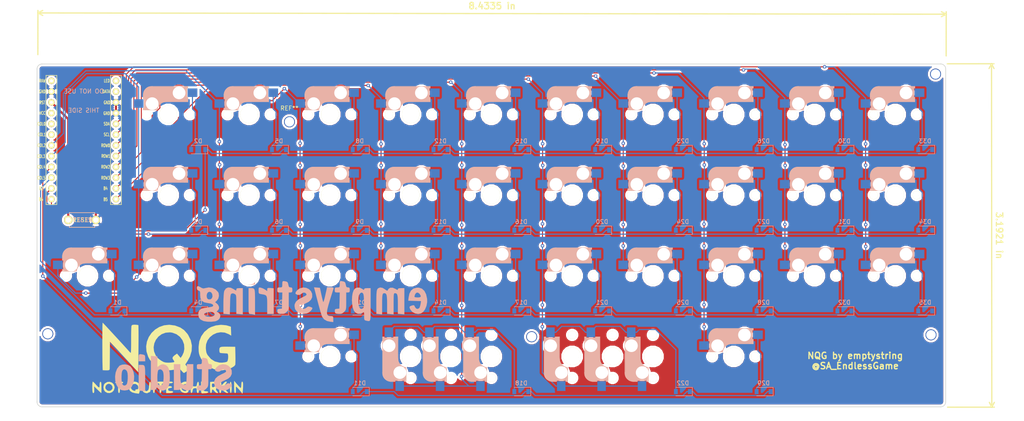
<source format=kicad_pcb>
(kicad_pcb (version 20171130) (host pcbnew "(5.0.2)-1")
  (layers (0 F.Cu signal) (31 B.Cu signal) (34 B.Paste user) (35 F.Paste user) (36 B.SilkS user) (37 F.SilkS user) (38 B.Mask user) (39 F.Mask user) (44 Edge.Cuts user))
  (net 0 "")
  (net 1 row2)
  (net 2 "Net-(D1-Pad2)")
  (net 3 "Net-(D2-Pad2)")
  (net 4 row0)
  (net 5 row1)
  (net 6 "Net-(D3-Pad2)")
  (net 7 "Net-(D4-Pad2)")
  (net 8 "Net-(D5-Pad2)")
  (net 9 "Net-(D6-Pad2)")
  (net 10 "Net-(D7-Pad2)")
  (net 11 "Net-(D8-Pad2)")
  (net 12 "Net-(D9-Pad2)")
  (net 13 "Net-(D10-Pad2)")
  (net 14 "Net-(D12-Pad2)")
  (net 15 "Net-(D13-Pad2)")
  (net 16 row3)
  (net 17 "Net-(D14-Pad2)")
  (net 18 "Net-(D15-Pad2)")
  (net 19 "Net-(D16-Pad2)")
  (net 20 "Net-(D17-Pad2)")
  (net 21 "Net-(D18-Pad2)")
  (net 22 "Net-(D19-Pad2)")
  (net 23 "Net-(D20-Pad2)")
  (net 24 "Net-(D21-Pad2)")
  (net 25 "Net-(D22-Pad2)")
  (net 26 "Net-(D23-Pad2)")
  (net 27 "Net-(D24-Pad2)")
  (net 28 "Net-(D25-Pad2)")
  (net 29 "Net-(D26-Pad2)")
  (net 30 "Net-(D27-Pad2)")
  (net 31 "Net-(D28-Pad2)")
  (net 32 "Net-(D29-Pad2)")
  (net 33 "Net-(D30-Pad2)")
  (net 34 "Net-(D31-Pad2)")
  (net 35 "Net-(D32-Pad2)")
  (net 36 "Net-(D33-Pad2)")
  (net 37 "Net-(D34-Pad2)")
  (net 38 "Net-(D35-Pad2)")
  (net 39 col0)
  (net 40 col1)
  (net 41 col2)
  (net 42 col3)
  (net 43 col4)
  (net 44 col5)
  (net 45 col6)
  (net 46 col7)
  (net 47 col8)
  (net 48 col9)
  (net 49 GND)
  (net 50 reset)
  (net 51 "Net-(U1-Pad24)")
  (net 52 VCC)
  (net 53 "Net-(U1-Pad20)")
  (net 54 "Net-(U1-Pad19)")
  (net 55 "Net-(U1-Pad2)")
  (net 56 "Net-(U1-Pad1)")
  (net 57 "Net-(D11-Pad2)")
  (module kbd:CherryMX_Hotswap_Back (layer F.Cu) (at 342.9 152.4)
    (fp_text reference SW38 hide)
    (fp_text value SW_PUSH hide)
    (pad 2 smd rect (at 5.7 -5.12 180) (size 2.3 2) (layers B.Cu B.Paste B.Mask) (net 37 "Net-(D34-Pad2)"))
    (pad "" np_thru_hole circle (at -5.08 0) (size 1.9 1.9) (drill 1.9) (layers *.Cu *.Mask F.SilkS))
    (pad "" np_thru_hole circle (at 5.08 0) (size 1.9 1.9) (drill 1.9) (layers *.Cu *.Mask F.SilkS))
    (pad "" np_thru_hole circle (at 0 0 90) (size 4.1 4.1) (drill 4.1) (layers *.Cu *.Mask F.SilkS))
    (pad "" np_thru_hole circle (at 2.54 -5.08 180) (size 3 3) (drill 3) (layers *.Cu *.Mask))
    (pad "" np_thru_hole circle (at -3.81 -2.54 180) (size 3 3) (drill 3) (layers *.Cu *.Mask))
    (pad 1 smd rect (at -7 -2.58 180) (size 2.3 2) (layers B.Cu B.Paste B.Mask) (net 48 col9))
  )
  (module Diode_SMD:D_SOD-123 (layer B.Cu) (at 159.45 179.75 180)
    (fp_text reference D1 (at 0 2 180) (layer B.SilkS) (effects (justify mirror)))
    (fp_text value D)
    (pad 1 smd rect (at -1.65 0 180) (size 0.9 1.2) (layers B.Cu B.Paste B.Mask) (net 1 row2))
    (pad 2 smd rect (at 1.65 0 180) (size 0.9 1.2) (layers B.Cu B.Paste B.Mask) (net 2 "Net-(D1-Pad2)"))
  )
  (module Diode_SMD:D_SOD-123 (layer B.Cu) (at 178.5 141.65 180)
    (fp_text reference D2 (at 0 2 180) (layer B.SilkS) (effects (justify mirror)))
    (fp_text value D)
    (pad 2 smd rect (at 1.65 0 180) (size 0.9 1.2) (layers B.Cu B.Paste B.Mask) (net 3 "Net-(D2-Pad2)"))
    (pad 1 smd rect (at -1.65 0 180) (size 0.9 1.2) (layers B.Cu B.Paste B.Mask) (net 4 row0))
  )
  (module Diode_SMD:D_SOD-123 (layer B.Cu) (at 178.5 160.7 180)
    (fp_text reference D3 (at 0 2 180) (layer B.SilkS) (effects (justify mirror)))
    (fp_text value D)
    (pad 1 smd rect (at -1.65 0 180) (size 0.9 1.2) (layers B.Cu B.Paste B.Mask) (net 5 row1))
    (pad 2 smd rect (at 1.65 0 180) (size 0.9 1.2) (layers B.Cu B.Paste B.Mask) (net 6 "Net-(D3-Pad2)"))
  )
  (module Diode_SMD:D_SOD-123 (layer B.Cu) (at 178.5 179.75 180)
    (fp_text reference D4 (at 0 2 180) (layer B.SilkS) (effects (justify mirror)))
    (fp_text value D)
    (pad 1 smd rect (at -1.65 0 180) (size 0.9 1.2) (layers B.Cu B.Paste B.Mask) (net 1 row2))
    (pad 2 smd rect (at 1.65 0 180) (size 0.9 1.2) (layers B.Cu B.Paste B.Mask) (net 7 "Net-(D4-Pad2)"))
  )
  (module Diode_SMD:D_SOD-123 (layer B.Cu) (at 197.55 141.65 180)
    (fp_text reference D5 (at 0 2 180) (layer B.SilkS) (effects (justify mirror)))
    (fp_text value D)
    (pad 1 smd rect (at -1.65 0 180) (size 0.9 1.2) (layers B.Cu B.Paste B.Mask) (net 4 row0))
    (pad 2 smd rect (at 1.65 0 180) (size 0.9 1.2) (layers B.Cu B.Paste B.Mask) (net 8 "Net-(D5-Pad2)"))
  )
  (module Diode_SMD:D_SOD-123 (layer B.Cu) (at 197.55 160.7 180)
    (fp_text reference D6 (at 0 2 180) (layer B.SilkS) (effects (justify mirror)))
    (fp_text value D)
    (pad 2 smd rect (at 1.65 0 180) (size 0.9 1.2) (layers B.Cu B.Paste B.Mask) (net 9 "Net-(D6-Pad2)"))
    (pad 1 smd rect (at -1.65 0 180) (size 0.9 1.2) (layers B.Cu B.Paste B.Mask) (net 5 row1))
  )
  (module Diode_SMD:D_SOD-123 (layer B.Cu) (at 197.55 179.75 180)
    (fp_text reference D7 (at 0 2 180) (layer B.SilkS) (effects (justify mirror)))
    (fp_text value D)
    (pad 2 smd rect (at 1.65 0 180) (size 0.9 1.2) (layers B.Cu B.Paste B.Mask) (net 10 "Net-(D7-Pad2)"))
    (pad 1 smd rect (at -1.65 0 180) (size 0.9 1.2) (layers B.Cu B.Paste B.Mask) (net 1 row2))
  )
  (module Diode_SMD:D_SOD-123 (layer B.Cu) (at 216.6 141.65 180)
    (fp_text reference D8 (at 0 2 180) (layer B.SilkS) (effects (justify mirror)))
    (fp_text value D)
    (pad 1 smd rect (at -1.65 0 180) (size 0.9 1.2) (layers B.Cu B.Paste B.Mask) (net 4 row0))
    (pad 2 smd rect (at 1.65 0 180) (size 0.9 1.2) (layers B.Cu B.Paste B.Mask) (net 11 "Net-(D8-Pad2)"))
  )
  (module Diode_SMD:D_SOD-123 (layer B.Cu) (at 216.6 160.7 180)
    (fp_text reference D9 (at 0 2 180) (layer B.SilkS) (effects (justify mirror)))
    (fp_text value D)
    (pad 1 smd rect (at -1.65 0 180) (size 0.9 1.2) (layers B.Cu B.Paste B.Mask) (net 5 row1))
    (pad 2 smd rect (at 1.65 0 180) (size 0.9 1.2) (layers B.Cu B.Paste B.Mask) (net 12 "Net-(D9-Pad2)"))
  )
  (module Diode_SMD:D_SOD-123 (layer B.Cu) (at 216.6 179.75 180)
    (fp_text reference D10 (at 0 2 180) (layer B.SilkS) (effects (justify mirror)))
    (fp_text value D)
    (pad 1 smd rect (at -1.65 0 180) (size 0.9 1.2) (layers B.Cu B.Paste B.Mask) (net 1 row2))
    (pad 2 smd rect (at 1.65 0 180) (size 0.9 1.2) (layers B.Cu B.Paste B.Mask) (net 13 "Net-(D10-Pad2)"))
  )
  (module Diode_SMD:D_SOD-123 (layer B.Cu) (at 216.6 198.8 180)
    (fp_text reference D11 (at 0 2 180) (layer B.SilkS) (effects (justify mirror)))
    (fp_text value D)
    (pad 2 smd rect (at 1.65 0 180) (size 0.9 1.2) (layers B.Cu B.Paste B.Mask) (net 57 "Net-(D11-Pad2)"))
    (pad 1 smd rect (at -1.65 0 180) (size 0.9 1.2) (layers B.Cu B.Paste B.Mask) (net 16 row3))
  )
  (module Diode_SMD:D_SOD-123 (layer B.Cu) (at 235.65 141.65 180)
    (fp_text reference D12 (at 0 2 180) (layer B.SilkS) (effects (justify mirror)))
    (fp_text value D)
    (pad 2 smd rect (at 1.65 0 180) (size 0.9 1.2) (layers B.Cu B.Paste B.Mask) (net 14 "Net-(D12-Pad2)"))
    (pad 1 smd rect (at -1.65 0 180) (size 0.9 1.2) (layers B.Cu B.Paste B.Mask) (net 4 row0))
  )
  (module Diode_SMD:D_SOD-123 (layer B.Cu) (at 235.65 160.7 180)
    (fp_text reference D13 (at 0 2 180) (layer B.SilkS) (effects (justify mirror)))
    (fp_text value D)
    (pad 2 smd rect (at 1.65 0 180) (size 0.9 1.2) (layers B.Cu B.Paste B.Mask) (net 15 "Net-(D13-Pad2)"))
    (pad 1 smd rect (at -1.65 0 180) (size 0.9 1.2) (layers B.Cu B.Paste B.Mask) (net 5 row1))
  )
  (module Diode_SMD:D_SOD-123 (layer B.Cu) (at 235.65 179.75 180)
    (fp_text reference D14 (at 0 2 180) (layer B.SilkS) (effects (justify mirror)))
    (fp_text value D)
    (pad 1 smd rect (at -1.65 0 180) (size 0.9 1.2) (layers B.Cu B.Paste B.Mask) (net 1 row2))
    (pad 2 smd rect (at 1.65 0 180) (size 0.9 1.2) (layers B.Cu B.Paste B.Mask) (net 17 "Net-(D14-Pad2)"))
  )
  (module Diode_SMD:D_SOD-123 (layer B.Cu) (at 254.7 141.65 180)
    (fp_text reference D15 (at 0 2 180) (layer B.SilkS) (effects (justify mirror)))
    (fp_text value D)
    (pad 1 smd rect (at -1.65 0 180) (size 0.9 1.2) (layers B.Cu B.Paste B.Mask) (net 4 row0))
    (pad 2 smd rect (at 1.65 0 180) (size 0.9 1.2) (layers B.Cu B.Paste B.Mask) (net 18 "Net-(D15-Pad2)"))
  )
  (module Diode_SMD:D_SOD-123 (layer B.Cu) (at 254.7 160.7 180)
    (fp_text reference D16 (at 0 2 180) (layer B.SilkS) (effects (justify mirror)))
    (fp_text value D)
    (pad 1 smd rect (at -1.65 0 180) (size 0.9 1.2) (layers B.Cu B.Paste B.Mask) (net 5 row1))
    (pad 2 smd rect (at 1.65 0 180) (size 0.9 1.2) (layers B.Cu B.Paste B.Mask) (net 19 "Net-(D16-Pad2)"))
  )
  (module Diode_SMD:D_SOD-123 (layer B.Cu) (at 254.7 179.75 180)
    (fp_text reference D17 (at 0 2 180) (layer B.SilkS) (effects (justify mirror)))
    (fp_text value D)
    (pad 1 smd rect (at -1.65 0 180) (size 0.9 1.2) (layers B.Cu B.Paste B.Mask) (net 1 row2))
    (pad 2 smd rect (at 1.65 0 180) (size 0.9 1.2) (layers B.Cu B.Paste B.Mask) (net 20 "Net-(D17-Pad2)"))
  )
  (module Diode_SMD:D_SOD-123 (layer B.Cu) (at 254.7 198.8 180)
    (fp_text reference D18 (at 0 2 180) (layer B.SilkS) (effects (justify mirror)))
    (fp_text value D)
    (pad 2 smd rect (at 1.65 0 180) (size 0.9 1.2) (layers B.Cu B.Paste B.Mask) (net 21 "Net-(D18-Pad2)"))
    (pad 1 smd rect (at -1.65 0 180) (size 0.9 1.2) (layers B.Cu B.Paste B.Mask) (net 16 row3))
  )
  (module Diode_SMD:D_SOD-123 (layer B.Cu) (at 273.75 141.65 180)
    (fp_text reference D19 (at 0 2 180) (layer B.SilkS) (effects (justify mirror)))
    (fp_text value D)
    (pad 2 smd rect (at 1.65 0 180) (size 0.9 1.2) (layers B.Cu B.Paste B.Mask) (net 22 "Net-(D19-Pad2)"))
    (pad 1 smd rect (at -1.65 0 180) (size 0.9 1.2) (layers B.Cu B.Paste B.Mask) (net 4 row0))
  )
  (module Diode_SMD:D_SOD-123 (layer B.Cu) (at 273.75 160.7 180)
    (fp_text reference D20 (at 0 2 180) (layer B.SilkS) (effects (justify mirror)))
    (fp_text value D)
    (pad 2 smd rect (at 1.65 0 180) (size 0.9 1.2) (layers B.Cu B.Paste B.Mask) (net 23 "Net-(D20-Pad2)"))
    (pad 1 smd rect (at -1.65 0 180) (size 0.9 1.2) (layers B.Cu B.Paste B.Mask) (net 5 row1))
  )
  (module Diode_SMD:D_SOD-123 (layer B.Cu) (at 273.75 179.75 180)
    (fp_text reference D21 (at 0 2 180) (layer B.SilkS) (effects (justify mirror)))
    (fp_text value D)
    (pad 2 smd rect (at 1.65 0 180) (size 0.9 1.2) (layers B.Cu B.Paste B.Mask) (net 24 "Net-(D21-Pad2)"))
    (pad 1 smd rect (at -1.65 0 180) (size 0.9 1.2) (layers B.Cu B.Paste B.Mask) (net 1 row2))
  )
  (module Diode_SMD:D_SOD-123 (layer B.Cu) (at 292.8 198.8 180)
    (fp_text reference D22 (at 0 2 180) (layer B.SilkS) (effects (justify mirror)))
    (fp_text value D)
    (pad 1 smd rect (at -1.65 0 180) (size 0.9 1.2) (layers B.Cu B.Paste B.Mask) (net 16 row3))
    (pad 2 smd rect (at 1.65 0 180) (size 0.9 1.2) (layers B.Cu B.Paste B.Mask) (net 25 "Net-(D22-Pad2)"))
  )
  (module Diode_SMD:D_SOD-123 (layer B.Cu) (at 292.8 141.65 180)
    (fp_text reference D23 (at 0 2 180) (layer B.SilkS) (effects (justify mirror)))
    (fp_text value D)
    (pad 1 smd rect (at -1.65 0 180) (size 0.9 1.2) (layers B.Cu B.Paste B.Mask) (net 4 row0))
    (pad 2 smd rect (at 1.65 0 180) (size 0.9 1.2) (layers B.Cu B.Paste B.Mask) (net 26 "Net-(D23-Pad2)"))
  )
  (module Diode_SMD:D_SOD-123 (layer B.Cu) (at 292.8 160.7 180)
    (fp_text reference D24 (at 0 2 180) (layer B.SilkS) (effects (justify mirror)))
    (fp_text value D)
    (pad 1 smd rect (at -1.65 0 180) (size 0.9 1.2) (layers B.Cu B.Paste B.Mask) (net 5 row1))
    (pad 2 smd rect (at 1.65 0 180) (size 0.9 1.2) (layers B.Cu B.Paste B.Mask) (net 27 "Net-(D24-Pad2)"))
  )
  (module Diode_SMD:D_SOD-123 (layer B.Cu) (at 292.8 179.75 180)
    (fp_text reference D25 (at 0 2 180) (layer B.SilkS) (effects (justify mirror)))
    (fp_text value D)
    (pad 1 smd rect (at -1.65 0 180) (size 0.9 1.2) (layers B.Cu B.Paste B.Mask) (net 1 row2))
    (pad 2 smd rect (at 1.65 0 180) (size 0.9 1.2) (layers B.Cu B.Paste B.Mask) (net 28 "Net-(D25-Pad2)"))
  )
  (module Diode_SMD:D_SOD-123 (layer B.Cu) (at 311.85 141.65 180)
    (fp_text reference D26 (at 0 2 180) (layer B.SilkS) (effects (justify mirror)))
    (fp_text value D)
    (pad 2 smd rect (at 1.65 0 180) (size 0.9 1.2) (layers B.Cu B.Paste B.Mask) (net 29 "Net-(D26-Pad2)"))
    (pad 1 smd rect (at -1.65 0 180) (size 0.9 1.2) (layers B.Cu B.Paste B.Mask) (net 4 row0))
  )
  (module Diode_SMD:D_SOD-123 (layer B.Cu) (at 311.85 160.7 180)
    (fp_text reference D27 (at 0 2 180) (layer B.SilkS) (effects (justify mirror)))
    (fp_text value D)
    (pad 2 smd rect (at 1.65 0 180) (size 0.9 1.2) (layers B.Cu B.Paste B.Mask) (net 30 "Net-(D27-Pad2)"))
    (pad 1 smd rect (at -1.65 0 180) (size 0.9 1.2) (layers B.Cu B.Paste B.Mask) (net 5 row1))
  )
  (module Diode_SMD:D_SOD-123 (layer B.Cu) (at 311.85 179.75 180)
    (fp_text reference D28 (at 0 2 180) (layer B.SilkS) (effects (justify mirror)))
    (fp_text value D)
    (pad 2 smd rect (at 1.65 0 180) (size 0.9 1.2) (layers B.Cu B.Paste B.Mask) (net 31 "Net-(D28-Pad2)"))
    (pad 1 smd rect (at -1.65 0 180) (size 0.9 1.2) (layers B.Cu B.Paste B.Mask) (net 1 row2))
  )
  (module Diode_SMD:D_SOD-123 (layer B.Cu) (at 311.85 198.8 180)
    (fp_text reference D29 (at 0 2 180) (layer B.SilkS) (effects (justify mirror)))
    (fp_text value D)
    (pad 2 smd rect (at 1.65 0 180) (size 0.9 1.2) (layers B.Cu B.Paste B.Mask) (net 32 "Net-(D29-Pad2)"))
    (pad 1 smd rect (at -1.65 0 180) (size 0.9 1.2) (layers B.Cu B.Paste B.Mask) (net 16 row3))
  )
  (module Diode_SMD:D_SOD-123 (layer B.Cu) (at 330.9 141.65 180)
    (fp_text reference D30 (at 0 2 180) (layer B.SilkS) (effects (justify mirror)))
    (fp_text value D)
    (pad 1 smd rect (at -1.65 0 180) (size 0.9 1.2) (layers B.Cu B.Paste B.Mask) (net 4 row0))
    (pad 2 smd rect (at 1.65 0 180) (size 0.9 1.2) (layers B.Cu B.Paste B.Mask) (net 33 "Net-(D30-Pad2)"))
  )
  (module Diode_SMD:D_SOD-123 (layer B.Cu) (at 330.9 160.7 180)
    (fp_text reference D31 (at 0 2 180) (layer B.SilkS) (effects (justify mirror)))
    (fp_text value D)
    (pad 1 smd rect (at -1.65 0 180) (size 0.9 1.2) (layers B.Cu B.Paste B.Mask) (net 5 row1))
    (pad 2 smd rect (at 1.65 0 180) (size 0.9 1.2) (layers B.Cu B.Paste B.Mask) (net 34 "Net-(D31-Pad2)"))
  )
  (module Diode_SMD:D_SOD-123 (layer B.Cu) (at 330.9 179.75 180)
    (fp_text reference D32 (at 0 2 180) (layer B.SilkS) (effects (justify mirror)))
    (fp_text value D)
    (pad 1 smd rect (at -1.65 0 180) (size 0.9 1.2) (layers B.Cu B.Paste B.Mask) (net 1 row2))
    (pad 2 smd rect (at 1.65 0 180) (size 0.9 1.2) (layers B.Cu B.Paste B.Mask) (net 35 "Net-(D32-Pad2)"))
  )
  (module Diode_SMD:D_SOD-123 (layer B.Cu) (at 349.95 141.65 180)
    (fp_text reference D33 (at 0 2 180) (layer B.SilkS) (effects (justify mirror)))
    (fp_text value D)
    (pad 2 smd rect (at 1.65 0 180) (size 0.9 1.2) (layers B.Cu B.Paste B.Mask) (net 36 "Net-(D33-Pad2)"))
    (pad 1 smd rect (at -1.65 0 180) (size 0.9 1.2) (layers B.Cu B.Paste B.Mask) (net 4 row0))
  )
  (module Diode_SMD:D_SOD-123 (layer B.Cu) (at 349.95 160.7 180)
    (fp_text reference D34 (at 0 2 180) (layer B.SilkS) (effects (justify mirror)))
    (fp_text value D)
    (pad 2 smd rect (at 1.65 0 180) (size 0.9 1.2) (layers B.Cu B.Paste B.Mask) (net 37 "Net-(D34-Pad2)"))
    (pad 1 smd rect (at -1.65 0 180) (size 0.9 1.2) (layers B.Cu B.Paste B.Mask) (net 5 row1))
  )
  (module Diode_SMD:D_SOD-123 (layer B.Cu) (at 349.95 179.75 180)
    (fp_text reference D35 (at 0 2 180) (layer B.SilkS) (effects (justify mirror)))
    (fp_text value D)
    (pad 2 smd rect (at 1.65 0 180) (size 0.9 1.2) (layers B.Cu B.Paste B.Mask) (net 38 "Net-(D35-Pad2)"))
    (pad 1 smd rect (at -1.65 0 180) (size 0.9 1.2) (layers B.Cu B.Paste B.Mask) (net 1 row2))
  )
  (module kbd:CherryMX_Hotswap_Back (layer F.Cu) (at 152.4 171.45)
    (fp_text reference SW1 hide)
    (fp_text value SW_PUSH hide)
    (pad 1 smd rect (at -7 -2.58 180) (size 2.3 2) (layers B.Cu B.Paste B.Mask) (net 39 col0))
    (pad "" np_thru_hole circle (at -3.81 -2.54 180) (size 3 3) (drill 3) (layers *.Cu *.Mask))
    (pad "" np_thru_hole circle (at 2.54 -5.08 180) (size 3 3) (drill 3) (layers *.Cu *.Mask))
    (pad "" np_thru_hole circle (at 0 0 90) (size 4.1 4.1) (drill 4.1) (layers *.Cu *.Mask F.SilkS))
    (pad "" np_thru_hole circle (at 5.08 0) (size 1.9 1.9) (drill 1.9) (layers *.Cu *.Mask F.SilkS))
    (pad "" np_thru_hole circle (at -5.08 0) (size 1.9 1.9) (drill 1.9) (layers *.Cu *.Mask F.SilkS))
    (pad 2 smd rect (at 5.7 -5.12 180) (size 2.3 2) (layers B.Cu B.Paste B.Mask) (net 2 "Net-(D1-Pad2)"))
  )
  (module kbd:CherryMX_Hotswap_Back (layer F.Cu) (at 171.45 133.35)
    (fp_text reference SW2 hide)
    (fp_text value SW_PUSH hide)
    (pad 1 smd rect (at -7 -2.58 180) (size 2.3 2) (layers B.Cu B.Paste B.Mask) (net 39 col0))
    (pad "" np_thru_hole circle (at -3.81 -2.54 180) (size 3 3) (drill 3) (layers *.Cu *.Mask))
    (pad "" np_thru_hole circle (at 2.54 -5.08 180) (size 3 3) (drill 3) (layers *.Cu *.Mask))
    (pad "" np_thru_hole circle (at 0 0 90) (size 4.1 4.1) (drill 4.1) (layers *.Cu *.Mask F.SilkS))
    (pad "" np_thru_hole circle (at 5.08 0) (size 1.9 1.9) (drill 1.9) (layers *.Cu *.Mask F.SilkS))
    (pad "" np_thru_hole circle (at -5.08 0) (size 1.9 1.9) (drill 1.9) (layers *.Cu *.Mask F.SilkS))
    (pad 2 smd rect (at 5.7 -5.12 180) (size 2.3 2) (layers B.Cu B.Paste B.Mask) (net 3 "Net-(D2-Pad2)"))
  )
  (module kbd:CherryMX_Hotswap_Back (layer F.Cu) (at 171.45 152.4)
    (fp_text reference SW3 hide)
    (fp_text value SW_PUSH hide)
    (pad 1 smd rect (at -7 -2.58 180) (size 2.3 2) (layers B.Cu B.Paste B.Mask) (net 39 col0))
    (pad "" np_thru_hole circle (at -3.81 -2.54 180) (size 3 3) (drill 3) (layers *.Cu *.Mask))
    (pad "" np_thru_hole circle (at 2.54 -5.08 180) (size 3 3) (drill 3) (layers *.Cu *.Mask))
    (pad "" np_thru_hole circle (at 0 0 90) (size 4.1 4.1) (drill 4.1) (layers *.Cu *.Mask F.SilkS))
    (pad "" np_thru_hole circle (at 5.08 0) (size 1.9 1.9) (drill 1.9) (layers *.Cu *.Mask F.SilkS))
    (pad "" np_thru_hole circle (at -5.08 0) (size 1.9 1.9) (drill 1.9) (layers *.Cu *.Mask F.SilkS))
    (pad 2 smd rect (at 5.7 -5.12 180) (size 2.3 2) (layers B.Cu B.Paste B.Mask) (net 6 "Net-(D3-Pad2)"))
  )
  (module kbd:CherryMX_Hotswap_Back (layer F.Cu) (at 171.45 171.45)
    (fp_text reference SW4 hide)
    (fp_text value SW_PUSH hide)
    (pad 1 smd rect (at -7 -2.58 180) (size 2.3 2) (layers B.Cu B.Paste B.Mask) (net 39 col0))
    (pad "" np_thru_hole circle (at -3.81 -2.54 180) (size 3 3) (drill 3) (layers *.Cu *.Mask))
    (pad "" np_thru_hole circle (at 2.54 -5.08 180) (size 3 3) (drill 3) (layers *.Cu *.Mask))
    (pad "" np_thru_hole circle (at 0 0 90) (size 4.1 4.1) (drill 4.1) (layers *.Cu *.Mask F.SilkS))
    (pad "" np_thru_hole circle (at 5.08 0) (size 1.9 1.9) (drill 1.9) (layers *.Cu *.Mask F.SilkS))
    (pad "" np_thru_hole circle (at -5.08 0) (size 1.9 1.9) (drill 1.9) (layers *.Cu *.Mask F.SilkS))
    (pad 2 smd rect (at 5.7 -5.12 180) (size 2.3 2) (layers B.Cu B.Paste B.Mask) (net 7 "Net-(D4-Pad2)"))
  )
  (module kbd:CherryMX_Hotswap_Back (layer F.Cu) (at 190.5 133.35)
    (fp_text reference SW5 hide)
    (fp_text value SW_PUSH hide)
    (pad 2 smd rect (at 5.7 -5.12 180) (size 2.3 2) (layers B.Cu B.Paste B.Mask) (net 8 "Net-(D5-Pad2)"))
    (pad "" np_thru_hole circle (at -5.08 0) (size 1.9 1.9) (drill 1.9) (layers *.Cu *.Mask F.SilkS))
    (pad "" np_thru_hole circle (at 5.08 0) (size 1.9 1.9) (drill 1.9) (layers *.Cu *.Mask F.SilkS))
    (pad "" np_thru_hole circle (at 0 0 90) (size 4.1 4.1) (drill 4.1) (layers *.Cu *.Mask F.SilkS))
    (pad "" np_thru_hole circle (at 2.54 -5.08 180) (size 3 3) (drill 3) (layers *.Cu *.Mask))
    (pad "" np_thru_hole circle (at -3.81 -2.54 180) (size 3 3) (drill 3) (layers *.Cu *.Mask))
    (pad 1 smd rect (at -7 -2.58 180) (size 2.3 2) (layers B.Cu B.Paste B.Mask) (net 40 col1))
  )
  (module kbd:CherryMX_Hotswap_Back (layer F.Cu) (at 190.5 152.4)
    (fp_text reference SW6 hide)
    (fp_text value SW_PUSH hide)
    (pad 2 smd rect (at 5.7 -5.12 180) (size 2.3 2) (layers B.Cu B.Paste B.Mask) (net 9 "Net-(D6-Pad2)"))
    (pad "" np_thru_hole circle (at -5.08 0) (size 1.9 1.9) (drill 1.9) (layers *.Cu *.Mask F.SilkS))
    (pad "" np_thru_hole circle (at 5.08 0) (size 1.9 1.9) (drill 1.9) (layers *.Cu *.Mask F.SilkS))
    (pad "" np_thru_hole circle (at 0 0 90) (size 4.1 4.1) (drill 4.1) (layers *.Cu *.Mask F.SilkS))
    (pad "" np_thru_hole circle (at 2.54 -5.08 180) (size 3 3) (drill 3) (layers *.Cu *.Mask))
    (pad "" np_thru_hole circle (at -3.81 -2.54 180) (size 3 3) (drill 3) (layers *.Cu *.Mask))
    (pad 1 smd rect (at -7 -2.58 180) (size 2.3 2) (layers B.Cu B.Paste B.Mask) (net 40 col1))
  )
  (module kbd:CherryMX_Hotswap_Back (layer F.Cu) (at 190.5 171.45)
    (fp_text reference SW7 hide)
    (fp_text value SW_PUSH hide)
    (pad 2 smd rect (at 5.7 -5.12 180) (size 2.3 2) (layers B.Cu B.Paste B.Mask) (net 10 "Net-(D7-Pad2)"))
    (pad "" np_thru_hole circle (at -5.08 0) (size 1.9 1.9) (drill 1.9) (layers *.Cu *.Mask F.SilkS))
    (pad "" np_thru_hole circle (at 5.08 0) (size 1.9 1.9) (drill 1.9) (layers *.Cu *.Mask F.SilkS))
    (pad "" np_thru_hole circle (at 0 0 90) (size 4.1 4.1) (drill 4.1) (layers *.Cu *.Mask F.SilkS))
    (pad "" np_thru_hole circle (at 2.54 -5.08 180) (size 3 3) (drill 3) (layers *.Cu *.Mask))
    (pad "" np_thru_hole circle (at -3.81 -2.54 180) (size 3 3) (drill 3) (layers *.Cu *.Mask))
    (pad 1 smd rect (at -7 -2.58 180) (size 2.3 2) (layers B.Cu B.Paste B.Mask) (net 40 col1))
  )
  (module kbd:CherryMX_Hotswap_Back (layer F.Cu) (at 209.55 133.35)
    (fp_text reference SW8 hide)
    (fp_text value SW_PUSH hide)
    (pad 1 smd rect (at -7 -2.58 180) (size 2.3 2) (layers B.Cu B.Paste B.Mask) (net 41 col2))
    (pad "" np_thru_hole circle (at -3.81 -2.54 180) (size 3 3) (drill 3) (layers *.Cu *.Mask))
    (pad "" np_thru_hole circle (at 2.54 -5.08 180) (size 3 3) (drill 3) (layers *.Cu *.Mask))
    (pad "" np_thru_hole circle (at 0 0 90) (size 4.1 4.1) (drill 4.1) (layers *.Cu *.Mask F.SilkS))
    (pad "" np_thru_hole circle (at 5.08 0) (size 1.9 1.9) (drill 1.9) (layers *.Cu *.Mask F.SilkS))
    (pad "" np_thru_hole circle (at -5.08 0) (size 1.9 1.9) (drill 1.9) (layers *.Cu *.Mask F.SilkS))
    (pad 2 smd rect (at 5.7 -5.12 180) (size 2.3 2) (layers B.Cu B.Paste B.Mask) (net 11 "Net-(D8-Pad2)"))
  )
  (module kbd:CherryMX_Hotswap_Back (layer F.Cu) (at 209.55 152.4)
    (fp_text reference SW9 hide)
    (fp_text value SW_PUSH hide)
    (pad 1 smd rect (at -7 -2.58 180) (size 2.3 2) (layers B.Cu B.Paste B.Mask) (net 41 col2))
    (pad "" np_thru_hole circle (at -3.81 -2.54 180) (size 3 3) (drill 3) (layers *.Cu *.Mask))
    (pad "" np_thru_hole circle (at 2.54 -5.08 180) (size 3 3) (drill 3) (layers *.Cu *.Mask))
    (pad "" np_thru_hole circle (at 0 0 90) (size 4.1 4.1) (drill 4.1) (layers *.Cu *.Mask F.SilkS))
    (pad "" np_thru_hole circle (at 5.08 0) (size 1.9 1.9) (drill 1.9) (layers *.Cu *.Mask F.SilkS))
    (pad "" np_thru_hole circle (at -5.08 0) (size 1.9 1.9) (drill 1.9) (layers *.Cu *.Mask F.SilkS))
    (pad 2 smd rect (at 5.7 -5.12 180) (size 2.3 2) (layers B.Cu B.Paste B.Mask) (net 12 "Net-(D9-Pad2)"))
  )
  (module kbd:CherryMX_Hotswap_Back (layer F.Cu) (at 209.55 171.45)
    (fp_text reference SW10 hide)
    (fp_text value SW_PUSH hide)
    (pad 1 smd rect (at -7 -2.58 180) (size 2.3 2) (layers B.Cu B.Paste B.Mask) (net 41 col2))
    (pad "" np_thru_hole circle (at -3.81 -2.54 180) (size 3 3) (drill 3) (layers *.Cu *.Mask))
    (pad "" np_thru_hole circle (at 2.54 -5.08 180) (size 3 3) (drill 3) (layers *.Cu *.Mask))
    (pad "" np_thru_hole circle (at 0 0 90) (size 4.1 4.1) (drill 4.1) (layers *.Cu *.Mask F.SilkS))
    (pad "" np_thru_hole circle (at 5.08 0) (size 1.9 1.9) (drill 1.9) (layers *.Cu *.Mask F.SilkS))
    (pad "" np_thru_hole circle (at -5.08 0) (size 1.9 1.9) (drill 1.9) (layers *.Cu *.Mask F.SilkS))
    (pad 2 smd rect (at 5.7 -5.12 180) (size 2.3 2) (layers B.Cu B.Paste B.Mask) (net 13 "Net-(D10-Pad2)"))
  )
  (module kbd:CherryMX_Hotswap_Back (layer F.Cu) (at 209.55 190.5)
    (fp_text reference SW11 hide)
    (fp_text value SW_PUSH hide)
    (pad 2 smd rect (at 5.7 -5.12 180) (size 2.3 2) (layers B.Cu B.Paste B.Mask) (net 57 "Net-(D11-Pad2)"))
    (pad "" np_thru_hole circle (at -5.08 0) (size 1.9 1.9) (drill 1.9) (layers *.Cu *.Mask F.SilkS))
    (pad "" np_thru_hole circle (at 5.08 0) (size 1.9 1.9) (drill 1.9) (layers *.Cu *.Mask F.SilkS))
    (pad "" np_thru_hole circle (at 0 0 90) (size 4.1 4.1) (drill 4.1) (layers *.Cu *.Mask F.SilkS))
    (pad "" np_thru_hole circle (at 2.54 -5.08 180) (size 3 3) (drill 3) (layers *.Cu *.Mask))
    (pad "" np_thru_hole circle (at -3.81 -2.54 180) (size 3 3) (drill 3) (layers *.Cu *.Mask))
    (pad 1 smd rect (at -7 -2.58 180) (size 2.3 2) (layers B.Cu B.Paste B.Mask) (net 41 col2))
  )
  (module kbd:CherryMX_Hotswap_Back (layer F.Cu) (at 228.6 133.35)
    (fp_text reference SW12 hide)
    (fp_text value SW_PUSH hide)
    (pad 2 smd rect (at 5.7 -5.12 180) (size 2.3 2) (layers B.Cu B.Paste B.Mask) (net 14 "Net-(D12-Pad2)"))
    (pad "" np_thru_hole circle (at -5.08 0) (size 1.9 1.9) (drill 1.9) (layers *.Cu *.Mask F.SilkS))
    (pad "" np_thru_hole circle (at 5.08 0) (size 1.9 1.9) (drill 1.9) (layers *.Cu *.Mask F.SilkS))
    (pad "" np_thru_hole circle (at 0 0 90) (size 4.1 4.1) (drill 4.1) (layers *.Cu *.Mask F.SilkS))
    (pad "" np_thru_hole circle (at 2.54 -5.08 180) (size 3 3) (drill 3) (layers *.Cu *.Mask))
    (pad "" np_thru_hole circle (at -3.81 -2.54 180) (size 3 3) (drill 3) (layers *.Cu *.Mask))
    (pad 1 smd rect (at -7 -2.58 180) (size 2.3 2) (layers B.Cu B.Paste B.Mask) (net 42 col3))
  )
  (module kbd:CherryMX_Hotswap_Back (layer F.Cu) (at 228.6 152.4)
    (fp_text reference SW13 hide)
    (fp_text value SW_PUSH hide)
    (pad 2 smd rect (at 5.7 -5.12 180) (size 2.3 2) (layers B.Cu B.Paste B.Mask) (net 15 "Net-(D13-Pad2)"))
    (pad "" np_thru_hole circle (at -5.08 0) (size 1.9 1.9) (drill 1.9) (layers *.Cu *.Mask F.SilkS))
    (pad "" np_thru_hole circle (at 5.08 0) (size 1.9 1.9) (drill 1.9) (layers *.Cu *.Mask F.SilkS))
    (pad "" np_thru_hole circle (at 0 0 90) (size 4.1 4.1) (drill 4.1) (layers *.Cu *.Mask F.SilkS))
    (pad "" np_thru_hole circle (at 2.54 -5.08 180) (size 3 3) (drill 3) (layers *.Cu *.Mask))
    (pad "" np_thru_hole circle (at -3.81 -2.54 180) (size 3 3) (drill 3) (layers *.Cu *.Mask))
    (pad 1 smd rect (at -7 -2.58 180) (size 2.3 2) (layers B.Cu B.Paste B.Mask) (net 42 col3))
  )
  (module kbd:CherryMX_Hotswap_Back (layer F.Cu) (at 228.6 171.45)
    (fp_text reference SW14 hide)
    (fp_text value SW_PUSH hide)
    (pad 1 smd rect (at -7 -2.58 180) (size 2.3 2) (layers B.Cu B.Paste B.Mask) (net 42 col3))
    (pad "" np_thru_hole circle (at -3.81 -2.54 180) (size 3 3) (drill 3) (layers *.Cu *.Mask))
    (pad "" np_thru_hole circle (at 2.54 -5.08 180) (size 3 3) (drill 3) (layers *.Cu *.Mask))
    (pad "" np_thru_hole circle (at 0 0 90) (size 4.1 4.1) (drill 4.1) (layers *.Cu *.Mask F.SilkS))
    (pad "" np_thru_hole circle (at 5.08 0) (size 1.9 1.9) (drill 1.9) (layers *.Cu *.Mask F.SilkS))
    (pad "" np_thru_hole circle (at -5.08 0) (size 1.9 1.9) (drill 1.9) (layers *.Cu *.Mask F.SilkS))
    (pad 2 smd rect (at 5.7 -5.12 180) (size 2.3 2) (layers B.Cu B.Paste B.Mask) (net 17 "Net-(D14-Pad2)"))
  )
  (module kbd:CherryMX_Hotswap_Back (layer F.Cu) (at 247.65 133.35)
    (fp_text reference SW15 hide)
    (fp_text value SW_PUSH hide)
    (pad 1 smd rect (at -7 -2.58 180) (size 2.3 2) (layers B.Cu B.Paste B.Mask) (net 43 col4))
    (pad "" np_thru_hole circle (at -3.81 -2.54 180) (size 3 3) (drill 3) (layers *.Cu *.Mask))
    (pad "" np_thru_hole circle (at 2.54 -5.08 180) (size 3 3) (drill 3) (layers *.Cu *.Mask))
    (pad "" np_thru_hole circle (at 0 0 90) (size 4.1 4.1) (drill 4.1) (layers *.Cu *.Mask F.SilkS))
    (pad "" np_thru_hole circle (at 5.08 0) (size 1.9 1.9) (drill 1.9) (layers *.Cu *.Mask F.SilkS))
    (pad "" np_thru_hole circle (at -5.08 0) (size 1.9 1.9) (drill 1.9) (layers *.Cu *.Mask F.SilkS))
    (pad 2 smd rect (at 5.7 -5.12 180) (size 2.3 2) (layers B.Cu B.Paste B.Mask) (net 18 "Net-(D15-Pad2)"))
  )
  (module kbd:CherryMX_Hotswap_Back (layer F.Cu) (at 247.65 152.4)
    (fp_text reference SW16 hide)
    (fp_text value SW_PUSH hide)
    (pad 1 smd rect (at -7 -2.58 180) (size 2.3 2) (layers B.Cu B.Paste B.Mask) (net 43 col4))
    (pad "" np_thru_hole circle (at -3.81 -2.54 180) (size 3 3) (drill 3) (layers *.Cu *.Mask))
    (pad "" np_thru_hole circle (at 2.54 -5.08 180) (size 3 3) (drill 3) (layers *.Cu *.Mask))
    (pad "" np_thru_hole circle (at 0 0 90) (size 4.1 4.1) (drill 4.1) (layers *.Cu *.Mask F.SilkS))
    (pad "" np_thru_hole circle (at 5.08 0) (size 1.9 1.9) (drill 1.9) (layers *.Cu *.Mask F.SilkS))
    (pad "" np_thru_hole circle (at -5.08 0) (size 1.9 1.9) (drill 1.9) (layers *.Cu *.Mask F.SilkS))
    (pad 2 smd rect (at 5.7 -5.12 180) (size 2.3 2) (layers B.Cu B.Paste B.Mask) (net 19 "Net-(D16-Pad2)"))
  )
  (module kbd:CherryMX_Hotswap_Back (layer F.Cu) (at 247.65 171.45)
    (fp_text reference SW17 hide)
    (fp_text value SW_PUSH hide)
    (pad 1 smd rect (at -7 -2.58 180) (size 2.3 2) (layers B.Cu B.Paste B.Mask) (net 43 col4))
    (pad "" np_thru_hole circle (at -3.81 -2.54 180) (size 3 3) (drill 3) (layers *.Cu *.Mask))
    (pad "" np_thru_hole circle (at 2.54 -5.08 180) (size 3 3) (drill 3) (layers *.Cu *.Mask))
    (pad "" np_thru_hole circle (at 0 0 90) (size 4.1 4.1) (drill 4.1) (layers *.Cu *.Mask F.SilkS))
    (pad "" np_thru_hole circle (at 5.08 0) (size 1.9 1.9) (drill 1.9) (layers *.Cu *.Mask F.SilkS))
    (pad "" np_thru_hole circle (at -5.08 0) (size 1.9 1.9) (drill 1.9) (layers *.Cu *.Mask F.SilkS))
    (pad 2 smd rect (at 5.7 -5.12 180) (size 2.3 2) (layers B.Cu B.Paste B.Mask) (net 20 "Net-(D17-Pad2)"))
  )
  (module kbd:CherryMX_Hotswap_Back (layer F.Cu) (at 228.6 190.5 90)
    (fp_text reference SW18 hide)
    (fp_text value SW_PUSH hide)
    (pad 2 smd rect (at 5.7 -5.12 270) (size 2.3 2) (layers B.Cu B.Paste B.Mask) (net 21 "Net-(D18-Pad2)"))
    (pad "" np_thru_hole circle (at -5.08 0 90) (size 1.9 1.9) (drill 1.9) (layers *.Cu *.Mask F.SilkS))
    (pad "" np_thru_hole circle (at 5.08 0 90) (size 1.9 1.9) (drill 1.9) (layers *.Cu *.Mask F.SilkS))
    (pad "" np_thru_hole circle (at 0 0 180) (size 4.1 4.1) (drill 4.1) (layers *.Cu *.Mask F.SilkS))
    (pad "" np_thru_hole circle (at 2.54 -5.08 270) (size 3 3) (drill 3) (layers *.Cu *.Mask))
    (pad "" np_thru_hole circle (at -3.81 -2.54 270) (size 3 3) (drill 3) (layers *.Cu *.Mask))
    (pad 1 smd rect (at -7 -2.58 270) (size 2.3 2) (layers B.Cu B.Paste B.Mask) (net 43 col4))
  )
  (module kbd:CherryMX_Hotswap_Back (layer F.Cu) (at 238.125 190.5 90)
    (fp_text reference SW19 hide)
    (fp_text value SW_PUSH hide)
    (pad 1 smd rect (at -7 -2.58 270) (size 2.3 2) (layers B.Cu B.Paste B.Mask) (net 43 col4))
    (pad "" np_thru_hole circle (at -3.81 -2.54 270) (size 3 3) (drill 3) (layers *.Cu *.Mask))
    (pad "" np_thru_hole circle (at 2.54 -5.08 270) (size 3 3) (drill 3) (layers *.Cu *.Mask))
    (pad "" np_thru_hole circle (at 0 0 180) (size 4.1 4.1) (drill 4.1) (layers *.Cu *.Mask F.SilkS))
    (pad "" np_thru_hole circle (at 5.08 0 90) (size 1.9 1.9) (drill 1.9) (layers *.Cu *.Mask F.SilkS))
    (pad "" np_thru_hole circle (at -5.08 0 90) (size 1.9 1.9) (drill 1.9) (layers *.Cu *.Mask F.SilkS))
    (pad 2 smd rect (at 5.7 -5.12 270) (size 2.3 2) (layers B.Cu B.Paste B.Mask) (net 21 "Net-(D18-Pad2)"))
  )
  (module kbd:CherryMX_Hotswap_Back (layer F.Cu) (at 247.65 190.5 90)
    (fp_text reference SW20 hide)
    (fp_text value SW_PUSH hide)
    (pad 2 smd rect (at 5.7 -5.12 270) (size 2.3 2) (layers B.Cu B.Paste B.Mask) (net 21 "Net-(D18-Pad2)"))
    (pad "" np_thru_hole circle (at -5.08 0 90) (size 1.9 1.9) (drill 1.9) (layers *.Cu *.Mask F.SilkS))
    (pad "" np_thru_hole circle (at 5.08 0 90) (size 1.9 1.9) (drill 1.9) (layers *.Cu *.Mask F.SilkS))
    (pad "" np_thru_hole circle (at 0 0 180) (size 4.1 4.1) (drill 4.1) (layers *.Cu *.Mask F.SilkS))
    (pad "" np_thru_hole circle (at 2.54 -5.08 270) (size 3 3) (drill 3) (layers *.Cu *.Mask))
    (pad "" np_thru_hole circle (at -3.81 -2.54 270) (size 3 3) (drill 3) (layers *.Cu *.Mask))
    (pad 1 smd rect (at -7 -2.58 270) (size 2.3 2) (layers B.Cu B.Paste B.Mask) (net 43 col4))
  )
  (module kbd:CherryMX_Hotswap_Back (layer F.Cu) (at 266.7 133.35)
    (fp_text reference SW21 hide)
    (fp_text value SW_PUSH hide)
    (pad 2 smd rect (at 5.7 -5.12 180) (size 2.3 2) (layers B.Cu B.Paste B.Mask) (net 22 "Net-(D19-Pad2)"))
    (pad "" np_thru_hole circle (at -5.08 0) (size 1.9 1.9) (drill 1.9) (layers *.Cu *.Mask F.SilkS))
    (pad "" np_thru_hole circle (at 5.08 0) (size 1.9 1.9) (drill 1.9) (layers *.Cu *.Mask F.SilkS))
    (pad "" np_thru_hole circle (at 0 0 90) (size 4.1 4.1) (drill 4.1) (layers *.Cu *.Mask F.SilkS))
    (pad "" np_thru_hole circle (at 2.54 -5.08 180) (size 3 3) (drill 3) (layers *.Cu *.Mask))
    (pad "" np_thru_hole circle (at -3.81 -2.54 180) (size 3 3) (drill 3) (layers *.Cu *.Mask))
    (pad 1 smd rect (at -7 -2.58 180) (size 2.3 2) (layers B.Cu B.Paste B.Mask) (net 44 col5))
  )
  (module kbd:CherryMX_Hotswap_Back (layer F.Cu) (at 266.7 152.4)
    (fp_text reference SW22 hide)
    (fp_text value SW_PUSH hide)
    (pad 2 smd rect (at 5.7 -5.12 180) (size 2.3 2) (layers B.Cu B.Paste B.Mask) (net 23 "Net-(D20-Pad2)"))
    (pad "" np_thru_hole circle (at -5.08 0) (size 1.9 1.9) (drill 1.9) (layers *.Cu *.Mask F.SilkS))
    (pad "" np_thru_hole circle (at 5.08 0) (size 1.9 1.9) (drill 1.9) (layers *.Cu *.Mask F.SilkS))
    (pad "" np_thru_hole circle (at 0 0 90) (size 4.1 4.1) (drill 4.1) (layers *.Cu *.Mask F.SilkS))
    (pad "" np_thru_hole circle (at 2.54 -5.08 180) (size 3 3) (drill 3) (layers *.Cu *.Mask))
    (pad "" np_thru_hole circle (at -3.81 -2.54 180) (size 3 3) (drill 3) (layers *.Cu *.Mask))
    (pad 1 smd rect (at -7 -2.58 180) (size 2.3 2) (layers B.Cu B.Paste B.Mask) (net 44 col5))
  )
  (module kbd:CherryMX_Hotswap_Back (layer F.Cu) (at 266.7 171.45)
    (fp_text reference SW23 hide)
    (fp_text value SW_PUSH hide)
    (pad 2 smd rect (at 5.7 -5.12 180) (size 2.3 2) (layers B.Cu B.Paste B.Mask) (net 24 "Net-(D21-Pad2)"))
    (pad "" np_thru_hole circle (at -5.08 0) (size 1.9 1.9) (drill 1.9) (layers *.Cu *.Mask F.SilkS))
    (pad "" np_thru_hole circle (at 5.08 0) (size 1.9 1.9) (drill 1.9) (layers *.Cu *.Mask F.SilkS))
    (pad "" np_thru_hole circle (at 0 0 90) (size 4.1 4.1) (drill 4.1) (layers *.Cu *.Mask F.SilkS))
    (pad "" np_thru_hole circle (at 2.54 -5.08 180) (size 3 3) (drill 3) (layers *.Cu *.Mask))
    (pad "" np_thru_hole circle (at -3.81 -2.54 180) (size 3 3) (drill 3) (layers *.Cu *.Mask))
    (pad 1 smd rect (at -7 -2.58 180) (size 2.3 2) (layers B.Cu B.Paste B.Mask) (net 44 col5))
  )
  (module kbd:CherryMX_Hotswap_Back (layer F.Cu) (at 266.7 190.5 90)
    (fp_text reference SW24 hide)
    (fp_text value SW_PUSH hide)
    (pad 2 smd rect (at 5.7 -5.12 270) (size 2.3 2) (layers B.Cu B.Paste B.Mask) (net 25 "Net-(D22-Pad2)"))
    (pad "" np_thru_hole circle (at -5.08 0 90) (size 1.9 1.9) (drill 1.9) (layers *.Cu *.Mask F.SilkS))
    (pad "" np_thru_hole circle (at 5.08 0 90) (size 1.9 1.9) (drill 1.9) (layers *.Cu *.Mask F.SilkS))
    (pad "" np_thru_hole circle (at 0 0 180) (size 4.1 4.1) (drill 4.1) (layers *.Cu *.Mask F.SilkS))
    (pad "" np_thru_hole circle (at 2.54 -5.08 270) (size 3 3) (drill 3) (layers *.Cu *.Mask))
    (pad "" np_thru_hole circle (at -3.81 -2.54 270) (size 3 3) (drill 3) (layers *.Cu *.Mask))
    (pad 1 smd rect (at -7 -2.58 270) (size 2.3 2) (layers B.Cu B.Paste B.Mask) (net 44 col5))
  )
  (module kbd:CherryMX_Hotswap_Back (layer F.Cu) (at 276.225 190.5 90)
    (fp_text reference SW25 hide)
    (fp_text value SW_PUSH hide)
    (pad 2 smd rect (at 5.7 -5.12 270) (size 2.3 2) (layers B.Cu B.Paste B.Mask) (net 25 "Net-(D22-Pad2)"))
    (pad "" np_thru_hole circle (at -5.08 0 90) (size 1.9 1.9) (drill 1.9) (layers *.Cu *.Mask F.SilkS))
    (pad "" np_thru_hole circle (at 5.08 0 90) (size 1.9 1.9) (drill 1.9) (layers *.Cu *.Mask F.SilkS))
    (pad "" np_thru_hole circle (at 0 0 180) (size 4.1 4.1) (drill 4.1) (layers *.Cu *.Mask F.SilkS))
    (pad "" np_thru_hole circle (at 2.54 -5.08 270) (size 3 3) (drill 3) (layers *.Cu *.Mask))
    (pad "" np_thru_hole circle (at -3.81 -2.54 270) (size 3 3) (drill 3) (layers *.Cu *.Mask))
    (pad 1 smd rect (at -7 -2.58 270) (size 2.3 2) (layers B.Cu B.Paste B.Mask) (net 44 col5))
  )
  (module kbd:CherryMX_Hotswap_Back (layer F.Cu) (at 285.75 190.5 90)
    (fp_text reference SW26 hide)
    (fp_text value SW_PUSH hide)
    (pad 1 smd rect (at -7 -2.58 270) (size 2.3 2) (layers B.Cu B.Paste B.Mask) (net 44 col5))
    (pad "" np_thru_hole circle (at -3.81 -2.54 270) (size 3 3) (drill 3) (layers *.Cu *.Mask))
    (pad "" np_thru_hole circle (at 2.54 -5.08 270) (size 3 3) (drill 3) (layers *.Cu *.Mask))
    (pad "" np_thru_hole circle (at 0 0 180) (size 4.1 4.1) (drill 4.1) (layers *.Cu *.Mask F.SilkS))
    (pad "" np_thru_hole circle (at 5.08 0 90) (size 1.9 1.9) (drill 1.9) (layers *.Cu *.Mask F.SilkS))
    (pad "" np_thru_hole circle (at -5.08 0 90) (size 1.9 1.9) (drill 1.9) (layers *.Cu *.Mask F.SilkS))
    (pad 2 smd rect (at 5.7 -5.12 270) (size 2.3 2) (layers B.Cu B.Paste B.Mask) (net 25 "Net-(D22-Pad2)"))
  )
  (module kbd:CherryMX_Hotswap_Back (layer F.Cu) (at 285.75 133.35)
    (fp_text reference SW27 hide)
    (fp_text value SW_PUSH hide)
    (pad 1 smd rect (at -7 -2.58 180) (size 2.3 2) (layers B.Cu B.Paste B.Mask) (net 45 col6))
    (pad "" np_thru_hole circle (at -3.81 -2.54 180) (size 3 3) (drill 3) (layers *.Cu *.Mask))
    (pad "" np_thru_hole circle (at 2.54 -5.08 180) (size 3 3) (drill 3) (layers *.Cu *.Mask))
    (pad "" np_thru_hole circle (at 0 0 90) (size 4.1 4.1) (drill 4.1) (layers *.Cu *.Mask F.SilkS))
    (pad "" np_thru_hole circle (at 5.08 0) (size 1.9 1.9) (drill 1.9) (layers *.Cu *.Mask F.SilkS))
    (pad "" np_thru_hole circle (at -5.08 0) (size 1.9 1.9) (drill 1.9) (layers *.Cu *.Mask F.SilkS))
    (pad 2 smd rect (at 5.7 -5.12 180) (size 2.3 2) (layers B.Cu B.Paste B.Mask) (net 26 "Net-(D23-Pad2)"))
  )
  (module kbd:CherryMX_Hotswap_Back (layer F.Cu) (at 285.75 152.4)
    (fp_text reference SW28 hide)
    (fp_text value SW_PUSH hide)
    (pad 1 smd rect (at -7 -2.58 180) (size 2.3 2) (layers B.Cu B.Paste B.Mask) (net 45 col6))
    (pad "" np_thru_hole circle (at -3.81 -2.54 180) (size 3 3) (drill 3) (layers *.Cu *.Mask))
    (pad "" np_thru_hole circle (at 2.54 -5.08 180) (size 3 3) (drill 3) (layers *.Cu *.Mask))
    (pad "" np_thru_hole circle (at 0 0 90) (size 4.1 4.1) (drill 4.1) (layers *.Cu *.Mask F.SilkS))
    (pad "" np_thru_hole circle (at 5.08 0) (size 1.9 1.9) (drill 1.9) (layers *.Cu *.Mask F.SilkS))
    (pad "" np_thru_hole circle (at -5.08 0) (size 1.9 1.9) (drill 1.9) (layers *.Cu *.Mask F.SilkS))
    (pad 2 smd rect (at 5.7 -5.12 180) (size 2.3 2) (layers B.Cu B.Paste B.Mask) (net 27 "Net-(D24-Pad2)"))
  )
  (module kbd:CherryMX_Hotswap_Back (layer F.Cu) (at 285.75 171.45)
    (fp_text reference SW29 hide)
    (fp_text value SW_PUSH hide)
    (pad 1 smd rect (at -7 -2.58 180) (size 2.3 2) (layers B.Cu B.Paste B.Mask) (net 45 col6))
    (pad "" np_thru_hole circle (at -3.81 -2.54 180) (size 3 3) (drill 3) (layers *.Cu *.Mask))
    (pad "" np_thru_hole circle (at 2.54 -5.08 180) (size 3 3) (drill 3) (layers *.Cu *.Mask))
    (pad "" np_thru_hole circle (at 0 0 90) (size 4.1 4.1) (drill 4.1) (layers *.Cu *.Mask F.SilkS))
    (pad "" np_thru_hole circle (at 5.08 0) (size 1.9 1.9) (drill 1.9) (layers *.Cu *.Mask F.SilkS))
    (pad "" np_thru_hole circle (at -5.08 0) (size 1.9 1.9) (drill 1.9) (layers *.Cu *.Mask F.SilkS))
    (pad 2 smd rect (at 5.7 -5.12 180) (size 2.3 2) (layers B.Cu B.Paste B.Mask) (net 28 "Net-(D25-Pad2)"))
  )
  (module kbd:CherryMX_Hotswap_Back (layer F.Cu) (at 304.8 133.35)
    (fp_text reference SW30 hide)
    (fp_text value SW_PUSH hide)
    (pad 1 smd rect (at -7 -2.58 180) (size 2.3 2) (layers B.Cu B.Paste B.Mask) (net 46 col7))
    (pad "" np_thru_hole circle (at -3.81 -2.54 180) (size 3 3) (drill 3) (layers *.Cu *.Mask))
    (pad "" np_thru_hole circle (at 2.54 -5.08 180) (size 3 3) (drill 3) (layers *.Cu *.Mask))
    (pad "" np_thru_hole circle (at 0 0 90) (size 4.1 4.1) (drill 4.1) (layers *.Cu *.Mask F.SilkS))
    (pad "" np_thru_hole circle (at 5.08 0) (size 1.9 1.9) (drill 1.9) (layers *.Cu *.Mask F.SilkS))
    (pad "" np_thru_hole circle (at -5.08 0) (size 1.9 1.9) (drill 1.9) (layers *.Cu *.Mask F.SilkS))
    (pad 2 smd rect (at 5.7 -5.12 180) (size 2.3 2) (layers B.Cu B.Paste B.Mask) (net 29 "Net-(D26-Pad2)"))
  )
  (module kbd:CherryMX_Hotswap_Back (layer F.Cu) (at 304.8 152.4)
    (fp_text reference SW31 hide)
    (fp_text value SW_PUSH hide)
    (pad 2 smd rect (at 5.7 -5.12 180) (size 2.3 2) (layers B.Cu B.Paste B.Mask) (net 30 "Net-(D27-Pad2)"))
    (pad "" np_thru_hole circle (at -5.08 0) (size 1.9 1.9) (drill 1.9) (layers *.Cu *.Mask F.SilkS))
    (pad "" np_thru_hole circle (at 5.08 0) (size 1.9 1.9) (drill 1.9) (layers *.Cu *.Mask F.SilkS))
    (pad "" np_thru_hole circle (at 0 0 90) (size 4.1 4.1) (drill 4.1) (layers *.Cu *.Mask F.SilkS))
    (pad "" np_thru_hole circle (at 2.54 -5.08 180) (size 3 3) (drill 3) (layers *.Cu *.Mask))
    (pad "" np_thru_hole circle (at -3.81 -2.54 180) (size 3 3) (drill 3) (layers *.Cu *.Mask))
    (pad 1 smd rect (at -7 -2.58 180) (size 2.3 2) (layers B.Cu B.Paste B.Mask) (net 46 col7))
  )
  (module kbd:CherryMX_Hotswap_Back (layer F.Cu) (at 304.8 171.45)
    (fp_text reference SW32 hide)
    (fp_text value SW_PUSH hide)
    (pad 2 smd rect (at 5.7 -5.12 180) (size 2.3 2) (layers B.Cu B.Paste B.Mask) (net 31 "Net-(D28-Pad2)"))
    (pad "" np_thru_hole circle (at -5.08 0) (size 1.9 1.9) (drill 1.9) (layers *.Cu *.Mask F.SilkS))
    (pad "" np_thru_hole circle (at 5.08 0) (size 1.9 1.9) (drill 1.9) (layers *.Cu *.Mask F.SilkS))
    (pad "" np_thru_hole circle (at 0 0 90) (size 4.1 4.1) (drill 4.1) (layers *.Cu *.Mask F.SilkS))
    (pad "" np_thru_hole circle (at 2.54 -5.08 180) (size 3 3) (drill 3) (layers *.Cu *.Mask))
    (pad "" np_thru_hole circle (at -3.81 -2.54 180) (size 3 3) (drill 3) (layers *.Cu *.Mask))
    (pad 1 smd rect (at -7 -2.58 180) (size 2.3 2) (layers B.Cu B.Paste B.Mask) (net 46 col7))
  )
  (module kbd:CherryMX_Hotswap_Back (layer F.Cu) (at 304.8 190.5)
    (fp_text reference SW33 hide)
    (fp_text value SW_PUSH hide)
    (pad 2 smd rect (at 5.7 -5.12 180) (size 2.3 2) (layers B.Cu B.Paste B.Mask) (net 32 "Net-(D29-Pad2)"))
    (pad "" np_thru_hole circle (at -5.08 0) (size 1.9 1.9) (drill 1.9) (layers *.Cu *.Mask F.SilkS))
    (pad "" np_thru_hole circle (at 5.08 0) (size 1.9 1.9) (drill 1.9) (layers *.Cu *.Mask F.SilkS))
    (pad "" np_thru_hole circle (at 0 0 90) (size 4.1 4.1) (drill 4.1) (layers *.Cu *.Mask F.SilkS))
    (pad "" np_thru_hole circle (at 2.54 -5.08 180) (size 3 3) (drill 3) (layers *.Cu *.Mask))
    (pad "" np_thru_hole circle (at -3.81 -2.54 180) (size 3 3) (drill 3) (layers *.Cu *.Mask))
    (pad 1 smd rect (at -7 -2.58 180) (size 2.3 2) (layers B.Cu B.Paste B.Mask) (net 46 col7))
  )
  (module kbd:CherryMX_Hotswap_Back (layer F.Cu) (at 323.85 133.35)
    (fp_text reference SW34 hide)
    (fp_text value SW_PUSH hide)
    (pad 1 smd rect (at -7 -2.58 180) (size 2.3 2) (layers B.Cu B.Paste B.Mask) (net 47 col8))
    (pad "" np_thru_hole circle (at -3.81 -2.54 180) (size 3 3) (drill 3) (layers *.Cu *.Mask))
    (pad "" np_thru_hole circle (at 2.54 -5.08 180) (size 3 3) (drill 3) (layers *.Cu *.Mask))
    (pad "" np_thru_hole circle (at 0 0 90) (size 4.1 4.1) (drill 4.1) (layers *.Cu *.Mask F.SilkS))
    (pad "" np_thru_hole circle (at 5.08 0) (size 1.9 1.9) (drill 1.9) (layers *.Cu *.Mask F.SilkS))
    (pad "" np_thru_hole circle (at -5.08 0) (size 1.9 1.9) (drill 1.9) (layers *.Cu *.Mask F.SilkS))
    (pad 2 smd rect (at 5.7 -5.12 180) (size 2.3 2) (layers B.Cu B.Paste B.Mask) (net 33 "Net-(D30-Pad2)"))
  )
  (module kbd:CherryMX_Hotswap_Back (layer F.Cu) (at 323.85 152.4)
    (fp_text reference SW35 hide)
    (fp_text value SW_PUSH hide)
    (pad 1 smd rect (at -7 -2.58 180) (size 2.3 2) (layers B.Cu B.Paste B.Mask) (net 47 col8))
    (pad "" np_thru_hole circle (at -3.81 -2.54 180) (size 3 3) (drill 3) (layers *.Cu *.Mask))
    (pad "" np_thru_hole circle (at 2.54 -5.08 180) (size 3 3) (drill 3) (layers *.Cu *.Mask))
    (pad "" np_thru_hole circle (at 0 0 90) (size 4.1 4.1) (drill 4.1) (layers *.Cu *.Mask F.SilkS))
    (pad "" np_thru_hole circle (at 5.08 0) (size 1.9 1.9) (drill 1.9) (layers *.Cu *.Mask F.SilkS))
    (pad "" np_thru_hole circle (at -5.08 0) (size 1.9 1.9) (drill 1.9) (layers *.Cu *.Mask F.SilkS))
    (pad 2 smd rect (at 5.7 -5.12 180) (size 2.3 2) (layers B.Cu B.Paste B.Mask) (net 34 "Net-(D31-Pad2)"))
  )
  (module kbd:CherryMX_Hotswap_Back (layer F.Cu) (at 323.85 171.45)
    (fp_text reference SW36 hide)
    (fp_text value SW_PUSH hide)
    (pad 1 smd rect (at -7 -2.58 180) (size 2.3 2) (layers B.Cu B.Paste B.Mask) (net 47 col8))
    (pad "" np_thru_hole circle (at -3.81 -2.54 180) (size 3 3) (drill 3) (layers *.Cu *.Mask))
    (pad "" np_thru_hole circle (at 2.54 -5.08 180) (size 3 3) (drill 3) (layers *.Cu *.Mask))
    (pad "" np_thru_hole circle (at 0 0 90) (size 4.1 4.1) (drill 4.1) (layers *.Cu *.Mask F.SilkS))
    (pad "" np_thru_hole circle (at 5.08 0) (size 1.9 1.9) (drill 1.9) (layers *.Cu *.Mask F.SilkS))
    (pad "" np_thru_hole circle (at -5.08 0) (size 1.9 1.9) (drill 1.9) (layers *.Cu *.Mask F.SilkS))
    (pad 2 smd rect (at 5.7 -5.12 180) (size 2.3 2) (layers B.Cu B.Paste B.Mask) (net 35 "Net-(D32-Pad2)"))
  )
  (module kbd:CherryMX_Hotswap_Back (layer F.Cu) (at 342.9 133.35)
    (fp_text reference SW37 hide)
    (fp_text value SW_PUSH hide)
    (pad 2 smd rect (at 5.7 -5.12 180) (size 2.3 2) (layers B.Cu B.Paste B.Mask) (net 36 "Net-(D33-Pad2)"))
    (pad "" np_thru_hole circle (at -5.08 0) (size 1.9 1.9) (drill 1.9) (layers *.Cu *.Mask F.SilkS))
    (pad "" np_thru_hole circle (at 5.08 0) (size 1.9 1.9) (drill 1.9) (layers *.Cu *.Mask F.SilkS))
    (pad "" np_thru_hole circle (at 0 0 90) (size 4.1 4.1) (drill 4.1) (layers *.Cu *.Mask F.SilkS))
    (pad "" np_thru_hole circle (at 2.54 -5.08 180) (size 3 3) (drill 3) (layers *.Cu *.Mask))
    (pad "" np_thru_hole circle (at -3.81 -2.54 180) (size 3 3) (drill 3) (layers *.Cu *.Mask))
    (pad 1 smd rect (at -7 -2.58 180) (size 2.3 2) (layers B.Cu B.Paste B.Mask) (net 48 col9))
  )
  (module kbd:CherryMX_Hotswap_Back (layer F.Cu) (at 342.9 171.45)
    (fp_text reference SW39 hide)
    (fp_text value SW_PUSH hide)
    (pad 2 smd rect (at 5.7 -5.12 180) (size 2.3 2) (layers B.Cu B.Paste B.Mask) (net 38 "Net-(D35-Pad2)"))
    (pad "" np_thru_hole circle (at -5.08 0) (size 1.9 1.9) (drill 1.9) (layers *.Cu *.Mask F.SilkS))
    (pad "" np_thru_hole circle (at 5.08 0) (size 1.9 1.9) (drill 1.9) (layers *.Cu *.Mask F.SilkS))
    (pad "" np_thru_hole circle (at 0 0 90) (size 4.1 4.1) (drill 4.1) (layers *.Cu *.Mask F.SilkS))
    (pad "" np_thru_hole circle (at 2.54 -5.08 180) (size 3 3) (drill 3) (layers *.Cu *.Mask))
    (pad "" np_thru_hole circle (at -3.81 -2.54 180) (size 3 3) (drill 3) (layers *.Cu *.Mask))
    (pad 1 smd rect (at -7 -2.58 180) (size 2.3 2) (layers B.Cu B.Paste B.Mask) (net 48 col9))
  )
  (module kbd:ResetSW (layer F.Cu) (at 151.1 158.275)
    (fp_text reference SW40 hide)
    (fp_text value SW_PUSH)
    (fp_text user RESET (at 0.127 0) (layer B.SilkS) (effects (justify mirror)))
    (fp_text user RESET (at 0 0) (layer F.SilkS))
    (pad 1 thru_hole circle (at 3.25 0) (size 2 2) (drill 1.3) (layers *.Cu *.Mask F.SilkS) (net 49 GND))
    (pad 2 thru_hole circle (at -3.25 0) (size 2 2) (drill 1.3) (layers *.Cu *.Mask F.SilkS) (net 50 reset))
  )
  (module kbd:ProMicro_v2_Backside (layer F.Cu) (at 151.45 139.9)
    (fp_text reference U1 hide)
    (fp_text value ProMicro hide)
    (fp_text user ROW1 (at 5.25 3.302) (layer F.SilkS) (effects (font (size 0.75 0.5) (thickness 0.125))))
    (fp_text user COL4 (at -9.95 5.85) (layer F.SilkS) (effects (font (size 0.75 0.5) (thickness 0.125))))
    (fp_text user ROW2 (at 5.2 5.85) (layer F.SilkS) (effects (font (size 0.75 0.5) (thickness 0.125))))
    (fp_text user COL5 (at -9.95 8.4455) (layer F.SilkS) (effects (font (size 0.75 0.5) (thickness 0.125))))
    (fp_text user ROW3 (at 5.2 8.4455) (layer F.SilkS) (effects (font (size 0.75 0.5) (thickness 0.125))))
    (fp_text user B2 (at -9.95 10.95) (layer F.SilkS) (effects (font (size 0.75 0.5) (thickness 0.125))))
    (fp_text user B4 (at 5.2 10.922) (layer F.SilkS) (effects (font (size 0.75 0.5) (thickness 0.125))))
    (fp_text user B5 (at 5.2 13.5255) (layer F.SilkS) (effects (font (size 0.75 0.5) (thickness 0.125))))
    (fp_text user B6 (at -10.05 13.5) (layer F.SilkS) (effects (font (size 0.75 0.5) (thickness 0.125))))
    (fp_text user COL0 (at -9.9 -4.3) (layer F.SilkS) (effects (font (size 0.75 0.5) (thickness 0.125))))
    (fp_text user SDA (at 5.461 -4.318) (layer F.SilkS) (effects (font (size 0.75 0.5) (thickness 0.125))))
    (fp_text user COL1 (at -9.85 -1.778) (layer F.SilkS) (effects (font (size 0.75 0.5) (thickness 0.125))))
    (fp_text user SCL (at 5.461 -1.778) (layer F.SilkS) (effects (font (size 0.75 0.5) (thickness 0.125))))
    (fp_text user COL2 (at -9.9 0.762) (layer F.SilkS) (effects (font (size 0.75 0.5) (thickness 0.125))))
    (fp_text user ROW0 (at 5.2 0.8) (layer F.SilkS) (effects (font (size 0.75 0.5) (thickness 0.125))))
    (fp_text user COL3 (at -10 3.35) (layer F.SilkS) (effects (font (size 0.75 0.5) (thickness 0.125))))
    (fp_text user GND (at 5.461 -6.7945) (layer F.SilkS) (effects (font (size 0.75 0.5) (thickness 0.125))))
    (fp_text user VCC (at -9.7155 -6.858) (layer F.SilkS) (effects (font (size 0.75 0.5) (thickness 0.125))))
    (fp_text user GND (at 5.5245 -9.3345) (layer F.SilkS) (effects (font (size 0.75 0.5) (thickness 0.125))))
    (fp_text user RST (at -9.7155 -9.3345) (layer F.SilkS) (effects (font (size 0.75 0.5) (thickness 0.125))))
    (fp_text user DATA (at 5.35 -11.95) (layer F.SilkS) (effects (font (size 0.75 0.5) (thickness 0.125))))
    (fp_text user GND (at -9.7155 -11.938) (layer F.SilkS) (effects (font (size 0.75 0.5) (thickness 0.125))))
    (fp_text user LED (at 5.5 -14.478) (layer F.SilkS) (effects (font (size 0.75 0.5) (thickness 0.125))))
    (fp_text user RAW (at -9.7155 -14.478) (layer F.SilkS) (effects (font (size 0.75 0.5) (thickness 0.125))))
    (fp_text user "" (at -1.2065 -16.256) (layer B.SilkS) (effects (justify mirror)))
    (fp_text user "" (at -0.5 -17.25) (layer F.SilkS))
    (fp_text user "DO NOT USE" (at 0.0508 -12.0142) (layer B.SilkS) (effects (justify mirror)))
    (fp_text user "THIS SIDE" (at 0.0508 -7.493) (layer B.SilkS) (effects (justify mirror)))
    (pad 24 thru_hole circle (at -7.5636 -14.478) (size 1.524 1.524) (drill 0.8128) (layers *.Cu *.Mask F.SilkS) (net 51 "Net-(U1-Pad24)"))
    (pad 23 thru_hole circle (at -7.5636 -11.938) (size 1.524 1.524) (drill 0.8128) (layers *.Cu *.Mask F.SilkS) (net 49 GND))
    (pad 22 thru_hole circle (at -7.5636 -9.398) (size 1.524 1.524) (drill 0.8128) (layers *.Cu *.Mask F.SilkS) (net 50 reset))
    (pad 21 thru_hole circle (at -7.5636 -6.858) (size 1.524 1.524) (drill 0.8128) (layers *.Cu *.Mask F.SilkS) (net 52 VCC))
    (pad 20 thru_hole circle (at -7.5636 -4.318) (size 1.524 1.524) (drill 0.8128) (layers *.Cu *.Mask F.SilkS) (net 53 "Net-(U1-Pad20)"))
    (pad 19 thru_hole circle (at -7.5636 -1.778) (size 1.524 1.524) (drill 0.8128) (layers *.Cu *.Mask F.SilkS) (net 54 "Net-(U1-Pad19)"))
    (pad 18 thru_hole circle (at -7.5636 0.762) (size 1.524 1.524) (drill 0.8128) (layers *.Cu *.Mask F.SilkS) (net 40 col1))
    (pad 17 thru_hole circle (at -7.5636 3.302) (size 1.524 1.524) (drill 0.8128) (layers *.Cu *.Mask F.SilkS) (net 39 col0))
    (pad 16 thru_hole circle (at -7.5636 5.842) (size 1.524 1.524) (drill 0.8128) (layers *.Cu *.Mask F.SilkS) (net 16 row3))
    (pad 15 thru_hole circle (at -7.5636 8.382) (size 1.524 1.524) (drill 0.8128) (layers *.Cu *.Mask F.SilkS) (net 1 row2))
    (pad 14 thru_hole circle (at -7.5636 10.922) (size 1.524 1.524) (drill 0.8128) (layers *.Cu *.Mask F.SilkS) (net 5 row1))
    (pad 13 thru_hole circle (at -7.5636 13.462) (size 1.524 1.524) (drill 0.8128) (layers *.Cu *.Mask F.SilkS) (net 4 row0))
    (pad 12 thru_hole circle (at 7.6564 13.462) (size 1.524 1.524) (drill 0.8128) (layers *.Cu *.Mask F.SilkS) (net 41 col2))
    (pad 11 thru_hole circle (at 7.6564 10.922) (size 1.524 1.524) (drill 0.8128) (layers *.Cu *.Mask F.SilkS) (net 42 col3))
    (pad 10 thru_hole circle (at 7.6564 8.382) (size 1.524 1.524) (drill 0.8128) (layers *.Cu *.Mask F.SilkS) (net 43 col4))
    (pad 9 thru_hole circle (at 7.6564 5.842) (size 1.524 1.524) (drill 0.8128) (layers *.Cu *.Mask F.SilkS) (net 44 col5))
    (pad 8 thru_hole circle (at 7.6564 3.302) (size 1.524 1.524) (drill 0.8128) (layers *.Cu *.Mask F.SilkS) (net 45 col6))
    (pad 7 thru_hole circle (at 7.6564 0.762) (size 1.524 1.524) (drill 0.8128) (layers *.Cu *.Mask F.SilkS) (net 46 col7))
    (pad 6 thru_hole circle (at 7.6564 -1.778) (size 1.524 1.524) (drill 0.8128) (layers *.Cu *.Mask F.SilkS) (net 47 col8))
    (pad 5 thru_hole circle (at 7.6564 -4.318) (size 1.524 1.524) (drill 0.8128) (layers *.Cu *.Mask F.SilkS) (net 48 col9))
    (pad 4 thru_hole circle (at 7.6564 -6.858) (size 1.524 1.524) (drill 0.8128) (layers *.Cu *.Mask F.SilkS) (net 49 GND))
    (pad 3 thru_hole circle (at 7.6564 -9.398) (size 1.524 1.524) (drill 0.8128) (layers *.Cu *.Mask F.SilkS) (net 49 GND))
    (pad 2 thru_hole circle (at 7.6564 -11.938) (size 1.524 1.524) (drill 0.8128) (layers *.Cu *.Mask F.SilkS) (net 55 "Net-(U1-Pad2)"))
    (pad 1 thru_hole circle (at 7.6564 -14.478) (size 1.524 1.524) (drill 0.8128) (layers *.Cu *.Mask F.SilkS) (net 56 "Net-(U1-Pad1)"))
  )
  (module emptystring:nqgLogo (layer F.Cu) (at 171.225 190.85)
    (fp_text reference G*** hide)
    (fp_text value LOGO hide)
  )
  (module emptystring:emptystringLogo (layer B.Cu) (at 182.925 190.8 180)
    (fp_text reference G*** hide)
    (fp_text value LOGO hide)
  )
  (module MountingHole:MountingHole_2.2mm_M2_Pad (layer F.Cu) (at 143.025 185.15)
    (fp_text reference "" (at 0 -3.2) (layer F.SilkS))
    (fp_text value MountingHole_2.2mm_M2_Pad)
    (pad 1 thru_hole circle (at 0 0) (size 2.6 2.6) (drill 2.2) (layers *.Cu *.Mask))
  )
  (module MountingHole:MountingHole_2.2mm_M2_Pad (layer F.Cu) (at 351.325 185.4)
    (fp_text reference "" (at 0 -3.2) (layer F.SilkS))
    (fp_text value MountingHole_2.2mm_M2_Pad)
    (pad 1 thru_hole circle (at 0 0) (size 2.6 2.6) (drill 2.2) (layers *.Cu *.Mask))
  )
  (module MountingHole:MountingHole_2.2mm_M2_Pad (layer F.Cu) (at 257.15 185.85)
    (fp_text reference "" (at 0 -3.2) (layer F.SilkS))
    (fp_text value MountingHole_2.2mm_M2_Pad)
    (pad 1 thru_hole circle (at 0 0) (size 2.6 2.6) (drill 2.2) (layers *.Cu *.Mask))
  )
  (module MountingHole:MountingHole_2.2mm_M2_Pad (layer F.Cu) (at 352.4 123.825)
    (fp_text reference "" (at 0 -3.2) (layer F.SilkS))
    (fp_text value MountingHole_2.2mm_M2_Pad)
    (pad 1 thru_hole circle (at 0 0) (size 2.6 2.6) (drill 2.2) (layers *.Cu *.Mask))
  )
  (module MountingHole:MountingHole_2.2mm_M2_Pad (layer F.Cu) (at 200.025 135.1)
    (fp_text reference REF** (at 0 -3.2) (layer F.SilkS))
    (fp_text value MountingHole_2.2mm_M2_Pad)
    (pad 1 thru_hole circle (at 0 0) (size 2.6 2.6) (drill 2.2) (layers *.Cu *.Mask))
  )
  (dimension 81.08003 (width 0.3) (layer F.SilkS) (gr_text "81.080 mm" (at 367.736199 161.929173 270.049466) (layer F.SilkS) (effects (font (size 1.5 1.5) (thickness 0.3)))) (feature1 (pts (xy 355.23 202.48) (xy 366.257621 202.470479))) (feature2 (pts (xy 355.16 121.4) (xy 366.187621 121.390479))) (crossbar (pts (xy 365.6012 121.390986) (xy 365.6712 202.470986))) (arrow1a (pts (xy 365.6712 202.470986) (xy 365.083807 201.344989))) (arrow1b (pts (xy 365.6712 202.470986) (xy 366.256648 201.343976))) (arrow2a (pts (xy 365.6012 121.390986) (xy 365.015752 122.517996))) (arrow2b (pts (xy 365.6012 121.390986) (xy 366.188593 122.516983))))
  (dimension 214.21021 (width 0.3) (layer F.SilkS) (gr_text "214.210 mm" (at 247.811736 107.439966 359.9197576) (layer F.SilkS) (effects (font (size 1.5 1.5) (thickness 0.3)))) (feature1 (pts (xy 354.9 119.54) (xy 354.914616 109.103543))) (feature2 (pts (xy 140.69 119.24) (xy 140.704616 108.803543))) (crossbar (pts (xy 140.703795 109.389964) (xy 354.913795 109.689964))) (arrow1a (pts (xy 354.913795 109.689964) (xy 353.786471 110.274807))) (arrow1b (pts (xy 354.913795 109.689964) (xy 353.788114 109.101966))) (arrow2a (pts (xy 140.703795 109.389964) (xy 141.829476 109.977962))) (arrow2b (pts (xy 140.703795 109.389964) (xy 141.831119 108.805121))))
  (gr_line (start 353.6082 121.4412) (end 141.6814 121.4412) (layer Edge.Cuts) (width 0.15))
  (gr_line (start 141.6814 202.402) (end 353.6082 202.402) (layer Edge.Cuts) (width 0.15))
  (gr_line (start 140.4908 122.6318) (end 140.4908 201.2114) (layer Edge.Cuts) (width 0.15))
  (gr_arc (start 141.6814 122.6318) (end 141.6814 121.4412) (angle -90) (layer Edge.Cuts) (width 0.15))
  (gr_arc (start 141.6814 201.2114) (end 140.4908 201.2114) (angle -90) (layer Edge.Cuts) (width 0.15))
  (gr_line (start 354.7988 201.2114) (end 354.7988 122.6318) (layer Edge.Cuts) (width 0.15))
  (gr_arc (start 353.6082 201.2114) (end 353.6082 202.402) (angle -90) (layer Edge.Cuts) (width 0.15))
  (gr_arc (start 353.6082 122.6318) (end 354.7988 122.6318) (angle -90) (layer Edge.Cuts) (width 0.15))
  (gr_text "NQG by emptystring\n@SA_EndlessGame" (at 333.45 191.525) (layer F.SilkS) (effects (font (size 1.5 1.5) (thickness 0.3))))
  (segment (start 161.1 179.75) (end 161.1 179.9) (width 0.25) (layer B.Cu) (net 1))
  (segment (start 179.45 179.75) (end 180.15 179.75) (width 0.25) (layer B.Cu) (net 1))
  (segment (start 178.524999 180.675001) (end 179.45 179.75) (width 0.25) (layer B.Cu) (net 1))
  (segment (start 161.175001 180.675001) (end 178.524999 180.675001) (width 0.25) (layer B.Cu) (net 1))
  (segment (start 161.1 180.6) (end 161.175001 180.675001) (width 0.25) (layer B.Cu) (net 1))
  (segment (start 161.1 179.75) (end 161.1 180.6) (width 0.25) (layer B.Cu) (net 1))
  (segment (start 197.574999 180.675001) (end 198.5 179.75) (width 0.25) (layer B.Cu) (net 1))
  (segment (start 181.775001 180.675001) (end 197.574999 180.675001) (width 0.25) (layer B.Cu) (net 1))
  (segment (start 180.85 179.75) (end 181.775001 180.675001) (width 0.25) (layer B.Cu) (net 1))
  (segment (start 198.5 179.75) (end 199.2 179.75) (width 0.25) (layer B.Cu) (net 1))
  (segment (start 180.15 179.75) (end 180.85 179.75) (width 0.25) (layer B.Cu) (net 1))
  (segment (start 217.55 179.75) (end 218.25 179.75) (width 0.25) (layer B.Cu) (net 1))
  (segment (start 216.624999 180.675001) (end 217.55 179.75) (width 0.25) (layer B.Cu) (net 1))
  (segment (start 200.825001 180.675001) (end 216.624999 180.675001) (width 0.25) (layer B.Cu) (net 1))
  (segment (start 199.9 179.75) (end 200.825001 180.675001) (width 0.25) (layer B.Cu) (net 1))
  (segment (start 199.2 179.75) (end 199.9 179.75) (width 0.25) (layer B.Cu) (net 1))
  (segment (start 236.6 179.75) (end 237.3 179.75) (width 0.25) (layer B.Cu) (net 1))
  (segment (start 235.674999 180.675001) (end 236.6 179.75) (width 0.25) (layer B.Cu) (net 1))
  (segment (start 218.95 179.75) (end 219.875001 180.675001) (width 0.25) (layer B.Cu) (net 1))
  (segment (start 219.875001 180.675001) (end 235.674999 180.675001) (width 0.25) (layer B.Cu) (net 1))
  (segment (start 218.25 179.75) (end 218.95 179.75) (width 0.25) (layer B.Cu) (net 1))
  (segment (start 255.65 179.75) (end 256.35 179.75) (width 0.25) (layer B.Cu) (net 1))
  (segment (start 238.925001 180.675001) (end 254.724999 180.675001) (width 0.25) (layer B.Cu) (net 1))
  (segment (start 238 179.75) (end 238.925001 180.675001) (width 0.25) (layer B.Cu) (net 1))
  (segment (start 254.724999 180.675001) (end 255.65 179.75) (width 0.25) (layer B.Cu) (net 1))
  (segment (start 237.3 179.75) (end 238 179.75) (width 0.25) (layer B.Cu) (net 1))
  (segment (start 273.774999 180.675001) (end 274.7 179.75) (width 0.25) (layer B.Cu) (net 1))
  (segment (start 274.7 179.75) (end 275.4 179.75) (width 0.25) (layer B.Cu) (net 1))
  (segment (start 257.975001 180.675001) (end 273.774999 180.675001) (width 0.25) (layer B.Cu) (net 1))
  (segment (start 257.05 179.75) (end 257.975001 180.675001) (width 0.25) (layer B.Cu) (net 1))
  (segment (start 256.35 179.75) (end 257.05 179.75) (width 0.25) (layer B.Cu) (net 1))
  (segment (start 292.824999 180.675001) (end 293.75 179.75) (width 0.25) (layer B.Cu) (net 1))
  (segment (start 277.025001 180.675001) (end 292.824999 180.675001) (width 0.25) (layer B.Cu) (net 1))
  (segment (start 276.1 179.75) (end 277.025001 180.675001) (width 0.25) (layer B.Cu) (net 1))
  (segment (start 293.75 179.75) (end 294.45 179.75) (width 0.25) (layer B.Cu) (net 1))
  (segment (start 275.4 179.75) (end 276.1 179.75) (width 0.25) (layer B.Cu) (net 1))
  (segment (start 312.8 179.75) (end 313.5 179.75) (width 0.25) (layer B.Cu) (net 1))
  (segment (start 311.874999 180.675001) (end 312.8 179.75) (width 0.25) (layer B.Cu) (net 1))
  (segment (start 296.075001 180.675001) (end 311.874999 180.675001) (width 0.25) (layer B.Cu) (net 1))
  (segment (start 295.15 179.75) (end 296.075001 180.675001) (width 0.25) (layer B.Cu) (net 1))
  (segment (start 294.45 179.75) (end 295.15 179.75) (width 0.25) (layer B.Cu) (net 1))
  (segment (start 331.85 179.75) (end 332.55 179.75) (width 0.25) (layer B.Cu) (net 1))
  (segment (start 315.125001 180.675001) (end 330.924999 180.675001) (width 0.25) (layer B.Cu) (net 1))
  (segment (start 330.924999 180.675001) (end 331.85 179.75) (width 0.25) (layer B.Cu) (net 1))
  (segment (start 314.2 179.75) (end 315.125001 180.675001) (width 0.25) (layer B.Cu) (net 1))
  (segment (start 313.5 179.75) (end 314.2 179.75) (width 0.25) (layer B.Cu) (net 1))
  (segment (start 350.9 179.75) (end 351.6 179.75) (width 0.25) (layer B.Cu) (net 1))
  (segment (start 349.974999 180.675001) (end 350.9 179.75) (width 0.25) (layer B.Cu) (net 1))
  (segment (start 334.175001 180.675001) (end 349.974999 180.675001) (width 0.25) (layer B.Cu) (net 1))
  (segment (start 333.25 179.75) (end 334.175001 180.675001) (width 0.25) (layer B.Cu) (net 1))
  (segment (start 332.55 179.75) (end 333.25 179.75) (width 0.25) (layer B.Cu) (net 1))
  (segment (start 143.124401 149.043999) (end 143.8864 148.282) (width 0.25) (layer B.Cu) (net 1))
  (segment (start 141.325 150.8434) (end 143.124401 149.043999) (width 0.25) (layer B.Cu) (net 1))
  (segment (start 154.021589 180.675001) (end 141.325 167.978412) (width 0.25) (layer B.Cu) (net 1))
  (segment (start 141.325 167.978412) (end 141.325 150.8434) (width 0.25) (layer B.Cu) (net 1))
  (segment (start 161.1 179.75) (end 160.4 179.75) (width 0.25) (layer B.Cu) (net 1))
  (segment (start 159.474999 180.675001) (end 154.021589 180.675001) (width 0.25) (layer B.Cu) (net 1))
  (segment (start 160.4 179.75) (end 159.474999 180.675001) (width 0.25) (layer B.Cu) (net 1))
  (segment (start 158.25 166.33) (end 158.755001 166.835001) (width 0.25) (layer B.Cu) (net 2))
  (segment (start 158.1 166.33) (end 158.25 166.33) (width 0.25) (layer B.Cu) (net 2))
  (segment (start 157.8 178.9) (end 157.8 179.75) (width 0.25) (layer B.Cu) (net 2))
  (segment (start 158.755001 170.837999) (end 158.755001 177.944999) (width 0.25) (layer B.Cu) (net 2))
  (segment (start 158.755001 177.944999) (end 157.8 178.9) (width 0.25) (layer B.Cu) (net 2))
  (segment (start 158.1 170.182998) (end 158.755001 170.837999) (width 0.25) (layer B.Cu) (net 2))
  (segment (start 158.1 166.33) (end 158.1 170.182998) (width 0.25) (layer B.Cu) (net 2))
  (segment (start 177.805001 139.844999) (end 176.85 140.8) (width 0.25) (layer B.Cu) (net 3))
  (segment (start 177.805001 132.737999) (end 177.805001 139.844999) (width 0.25) (layer B.Cu) (net 3))
  (segment (start 176.85 140.8) (end 176.85 141.65) (width 0.25) (layer B.Cu) (net 3))
  (segment (start 177.15 132.082998) (end 177.805001 132.737999) (width 0.25) (layer B.Cu) (net 3))
  (segment (start 177.15 128.23) (end 177.15 132.082998) (width 0.25) (layer B.Cu) (net 3))
  (segment (start 198.5 141.65) (end 199.2 141.65) (width 0.25) (layer B.Cu) (net 4))
  (segment (start 181.775001 142.575001) (end 197.574999 142.575001) (width 0.25) (layer B.Cu) (net 4))
  (segment (start 197.574999 142.575001) (end 198.5 141.65) (width 0.25) (layer B.Cu) (net 4))
  (segment (start 180.85 141.65) (end 181.775001 142.575001) (width 0.25) (layer B.Cu) (net 4))
  (segment (start 180.15 141.65) (end 180.85 141.65) (width 0.25) (layer B.Cu) (net 4))
  (segment (start 217.55 141.65) (end 218.25 141.65) (width 0.25) (layer B.Cu) (net 4))
  (segment (start 216.624999 142.575001) (end 217.55 141.65) (width 0.25) (layer B.Cu) (net 4))
  (segment (start 199.2 141.8) (end 199.975001 142.575001) (width 0.25) (layer B.Cu) (net 4))
  (segment (start 199.975001 142.575001) (end 216.624999 142.575001) (width 0.25) (layer B.Cu) (net 4))
  (segment (start 199.2 141.65) (end 199.2 141.8) (width 0.25) (layer B.Cu) (net 4))
  (segment (start 293.75 141.65) (end 294.45 141.65) (width 0.25) (layer B.Cu) (net 4))
  (segment (start 292.824999 142.575001) (end 293.75 141.65) (width 0.25) (layer B.Cu) (net 4))
  (segment (start 277.025001 142.575001) (end 292.824999 142.575001) (width 0.25) (layer B.Cu) (net 4))
  (segment (start 276.1 141.65) (end 277.025001 142.575001) (width 0.25) (layer B.Cu) (net 4))
  (segment (start 275.4 141.65) (end 276.1 141.65) (width 0.25) (layer B.Cu) (net 4))
  (segment (start 311.874999 142.575001) (end 312.8 141.65) (width 0.25) (layer B.Cu) (net 4))
  (segment (start 296.075001 142.575001) (end 311.874999 142.575001) (width 0.25) (layer B.Cu) (net 4))
  (segment (start 312.8 141.65) (end 313.5 141.65) (width 0.25) (layer B.Cu) (net 4))
  (segment (start 295.15 141.65) (end 296.075001 142.575001) (width 0.25) (layer B.Cu) (net 4))
  (segment (start 294.45 141.65) (end 295.15 141.65) (width 0.25) (layer B.Cu) (net 4))
  (segment (start 236.6 141.65) (end 237.3 141.65) (width 0.25) (layer B.Cu) (net 4))
  (segment (start 219.875001 142.575001) (end 235.674999 142.575001) (width 0.25) (layer B.Cu) (net 4))
  (segment (start 218.95 141.65) (end 219.875001 142.575001) (width 0.25) (layer B.Cu) (net 4))
  (segment (start 235.674999 142.575001) (end 236.6 141.65) (width 0.25) (layer B.Cu) (net 4))
  (segment (start 218.25 141.65) (end 218.95 141.65) (width 0.25) (layer B.Cu) (net 4))
  (segment (start 255.65 141.65) (end 256.35 141.65) (width 0.25) (layer B.Cu) (net 4))
  (segment (start 254.724999 142.575001) (end 255.65 141.65) (width 0.25) (layer B.Cu) (net 4))
  (segment (start 238.925001 142.575001) (end 254.724999 142.575001) (width 0.25) (layer B.Cu) (net 4))
  (segment (start 238 141.65) (end 238.925001 142.575001) (width 0.25) (layer B.Cu) (net 4))
  (segment (start 237.3 141.65) (end 238 141.65) (width 0.25) (layer B.Cu) (net 4))
  (segment (start 273.774999 142.575001) (end 274.7 141.65) (width 0.25) (layer B.Cu) (net 4))
  (segment (start 257.975001 142.575001) (end 273.774999 142.575001) (width 0.25) (layer B.Cu) (net 4))
  (segment (start 274.7 141.65) (end 275.4 141.65) (width 0.25) (layer B.Cu) (net 4))
  (segment (start 257.05 141.65) (end 257.975001 142.575001) (width 0.25) (layer B.Cu) (net 4))
  (segment (start 256.35 141.65) (end 257.05 141.65) (width 0.25) (layer B.Cu) (net 4))
  (segment (start 331.85 141.65) (end 332.55 141.65) (width 0.25) (layer B.Cu) (net 4))
  (segment (start 330.924999 142.575001) (end 331.85 141.65) (width 0.25) (layer B.Cu) (net 4))
  (segment (start 315.125001 142.575001) (end 330.924999 142.575001) (width 0.25) (layer B.Cu) (net 4))
  (segment (start 314.2 141.65) (end 315.125001 142.575001) (width 0.25) (layer B.Cu) (net 4))
  (segment (start 313.5 141.65) (end 314.2 141.65) (width 0.25) (layer B.Cu) (net 4))
  (segment (start 350.9 141.65) (end 351.6 141.65) (width 0.25) (layer B.Cu) (net 4))
  (segment (start 349.974999 142.575001) (end 350.9 141.65) (width 0.25) (layer B.Cu) (net 4))
  (segment (start 334.175001 142.575001) (end 349.974999 142.575001) (width 0.25) (layer B.Cu) (net 4))
  (segment (start 333.25 141.65) (end 334.175001 142.575001) (width 0.25) (layer B.Cu) (net 4))
  (segment (start 332.55 141.65) (end 333.25 141.65) (width 0.25) (layer B.Cu) (net 4))
  (via (at 180.15 155.9) (size 0.8) (drill 0.4) (layers F.Cu B.Cu) (net 4))
  (segment (start 180.15 141.65) (end 180.15 155.9) (width 0.25) (layer B.Cu) (net 4))
  (segment (start 143.8864 153.362) (end 143.8864 160.3614) (width 0.25) (layer F.Cu) (net 4))
  (segment (start 143.8864 160.3614) (end 144.375 160.85) (width 0.25) (layer F.Cu) (net 4))
  (segment (start 175.2 160.85) (end 180.15 155.9) (width 0.25) (layer F.Cu) (net 4))
  (segment (start 144.375 160.85) (end 175.2 160.85) (width 0.25) (layer F.Cu) (net 4))
  (segment (start 198.5 160.7) (end 199.2 160.7) (width 0.25) (layer B.Cu) (net 5))
  (segment (start 180.15 160.85) (end 180.925001 161.625001) (width 0.25) (layer B.Cu) (net 5))
  (segment (start 197.574999 161.625001) (end 198.5 160.7) (width 0.25) (layer B.Cu) (net 5))
  (segment (start 180.925001 161.625001) (end 197.574999 161.625001) (width 0.25) (layer B.Cu) (net 5))
  (segment (start 180.15 160.7) (end 180.15 160.85) (width 0.25) (layer B.Cu) (net 5))
  (segment (start 217.55 160.7) (end 218.25 160.7) (width 0.25) (layer B.Cu) (net 5))
  (segment (start 200.825001 161.625001) (end 216.624999 161.625001) (width 0.25) (layer B.Cu) (net 5))
  (segment (start 199.9 160.7) (end 200.825001 161.625001) (width 0.25) (layer B.Cu) (net 5))
  (segment (start 216.624999 161.625001) (end 217.55 160.7) (width 0.25) (layer B.Cu) (net 5))
  (segment (start 199.2 160.7) (end 199.9 160.7) (width 0.25) (layer B.Cu) (net 5))
  (segment (start 255.65 160.7) (end 256.35 160.7) (width 0.25) (layer B.Cu) (net 5))
  (segment (start 254.724999 161.625001) (end 255.65 160.7) (width 0.25) (layer B.Cu) (net 5))
  (segment (start 238.925001 161.625001) (end 254.724999 161.625001) (width 0.25) (layer B.Cu) (net 5))
  (segment (start 238 160.7) (end 238.925001 161.625001) (width 0.25) (layer B.Cu) (net 5))
  (segment (start 237.3 160.7) (end 238 160.7) (width 0.25) (layer B.Cu) (net 5))
  (segment (start 274.7 160.7) (end 275.4 160.7) (width 0.25) (layer B.Cu) (net 5))
  (segment (start 257.05 160.7) (end 257.975001 161.625001) (width 0.25) (layer B.Cu) (net 5))
  (segment (start 273.774999 161.625001) (end 274.7 160.7) (width 0.25) (layer B.Cu) (net 5))
  (segment (start 257.975001 161.625001) (end 273.774999 161.625001) (width 0.25) (layer B.Cu) (net 5))
  (segment (start 256.35 160.7) (end 257.05 160.7) (width 0.25) (layer B.Cu) (net 5))
  (segment (start 293.75 160.7) (end 294.45 160.7) (width 0.25) (layer B.Cu) (net 5))
  (segment (start 292.824999 161.625001) (end 293.75 160.7) (width 0.25) (layer B.Cu) (net 5))
  (segment (start 276.175001 161.625001) (end 292.824999 161.625001) (width 0.25) (layer B.Cu) (net 5))
  (segment (start 275.4 160.85) (end 276.175001 161.625001) (width 0.25) (layer B.Cu) (net 5))
  (segment (start 275.4 160.7) (end 275.4 160.85) (width 0.25) (layer B.Cu) (net 5))
  (segment (start 312.8 160.7) (end 313.5 160.7) (width 0.25) (layer B.Cu) (net 5))
  (segment (start 311.874999 161.625001) (end 312.8 160.7) (width 0.25) (layer B.Cu) (net 5))
  (segment (start 295.225001 161.625001) (end 311.874999 161.625001) (width 0.25) (layer B.Cu) (net 5))
  (segment (start 294.45 160.85) (end 295.225001 161.625001) (width 0.25) (layer B.Cu) (net 5))
  (segment (start 294.45 160.7) (end 294.45 160.85) (width 0.25) (layer B.Cu) (net 5))
  (segment (start 235.674999 161.625001) (end 236.6 160.7) (width 0.25) (layer B.Cu) (net 5))
  (segment (start 219.875001 161.625001) (end 235.674999 161.625001) (width 0.25) (layer B.Cu) (net 5))
  (segment (start 236.6 160.7) (end 237.3 160.7) (width 0.25) (layer B.Cu) (net 5))
  (segment (start 218.95 160.7) (end 219.875001 161.625001) (width 0.25) (layer B.Cu) (net 5))
  (segment (start 218.25 160.7) (end 218.95 160.7) (width 0.25) (layer B.Cu) (net 5))
  (segment (start 331.85 160.7) (end 332.55 160.7) (width 0.25) (layer B.Cu) (net 5))
  (segment (start 315.125001 161.625001) (end 330.924999 161.625001) (width 0.25) (layer B.Cu) (net 5))
  (segment (start 314.2 160.7) (end 315.125001 161.625001) (width 0.25) (layer B.Cu) (net 5))
  (segment (start 330.924999 161.625001) (end 331.85 160.7) (width 0.25) (layer B.Cu) (net 5))
  (segment (start 313.5 160.7) (end 314.2 160.7) (width 0.25) (layer B.Cu) (net 5))
  (segment (start 334.175001 161.625001) (end 349.974999 161.625001) (width 0.25) (layer B.Cu) (net 5))
  (segment (start 349.974999 161.625001) (end 350.9 160.7) (width 0.25) (layer B.Cu) (net 5))
  (segment (start 333.25 160.7) (end 334.175001 161.625001) (width 0.25) (layer B.Cu) (net 5))
  (segment (start 350.9 160.7) (end 351.6 160.7) (width 0.25) (layer B.Cu) (net 5))
  (segment (start 332.55 160.7) (end 333.25 160.7) (width 0.25) (layer B.Cu) (net 5))
  (via (at 166.775 161.6) (size 0.8) (drill 0.4) (layers F.Cu B.Cu) (net 5))
  (segment (start 166.800001 161.625001) (end 166.775 161.6) (width 0.25) (layer B.Cu) (net 5))
  (segment (start 178.524999 161.625001) (end 166.800001 161.625001) (width 0.25) (layer B.Cu) (net 5))
  (segment (start 179.45 160.7) (end 178.524999 161.625001) (width 0.25) (layer B.Cu) (net 5))
  (segment (start 180.15 160.7) (end 179.45 160.7) (width 0.25) (layer B.Cu) (net 5))
  (segment (start 143.124401 151.583999) (end 143.8864 150.822) (width 0.25) (layer F.Cu) (net 5))
  (segment (start 142.799399 151.909001) (end 143.124401 151.583999) (width 0.25) (layer F.Cu) (net 5))
  (segment (start 142.799399 151.909001) (end 142.799399 160.424399) (width 0.25) (layer F.Cu) (net 5))
  (segment (start 143.8864 150.822) (end 142.799399 151.909001) (width 0.25) (layer F.Cu) (net 5))
  (segment (start 143.975 161.6) (end 149.875 161.6) (width 0.25) (layer F.Cu) (net 5))
  (segment (start 142.799399 160.424399) (end 143.975 161.6) (width 0.25) (layer F.Cu) (net 5))
  (segment (start 166.775 161.6) (end 149.875 161.6) (width 0.25) (layer F.Cu) (net 5))
  (segment (start 177.805001 158.894999) (end 176.85 159.85) (width 0.25) (layer B.Cu) (net 6))
  (segment (start 177.805001 151.787999) (end 177.805001 158.894999) (width 0.25) (layer B.Cu) (net 6))
  (segment (start 177.15 151.132998) (end 177.805001 151.787999) (width 0.25) (layer B.Cu) (net 6))
  (segment (start 176.85 159.85) (end 176.85 160.7) (width 0.25) (layer B.Cu) (net 6))
  (segment (start 177.15 147.28) (end 177.15 151.132998) (width 0.25) (layer B.Cu) (net 6))
  (segment (start 176.85 178.9) (end 176.85 179.75) (width 0.25) (layer B.Cu) (net 7))
  (segment (start 177.805001 177.944999) (end 176.85 178.9) (width 0.25) (layer B.Cu) (net 7))
  (segment (start 177.805001 170.837999) (end 177.805001 177.944999) (width 0.25) (layer B.Cu) (net 7))
  (segment (start 177.15 170.182998) (end 177.805001 170.837999) (width 0.25) (layer B.Cu) (net 7))
  (segment (start 177.15 166.33) (end 177.15 170.182998) (width 0.25) (layer B.Cu) (net 7))
  (segment (start 195.9 140.8) (end 195.9 141.65) (width 0.25) (layer B.Cu) (net 8))
  (segment (start 196.855001 139.844999) (end 195.9 140.8) (width 0.25) (layer B.Cu) (net 8))
  (segment (start 196.855001 132.737999) (end 196.855001 139.844999) (width 0.25) (layer B.Cu) (net 8))
  (segment (start 196.2 132.082998) (end 196.855001 132.737999) (width 0.25) (layer B.Cu) (net 8))
  (segment (start 196.2 128.23) (end 196.2 132.082998) (width 0.25) (layer B.Cu) (net 8))
  (segment (start 195.9 159.85) (end 195.9 160.7) (width 0.25) (layer B.Cu) (net 9))
  (segment (start 196.855001 158.894999) (end 195.9 159.85) (width 0.25) (layer B.Cu) (net 9))
  (segment (start 196.855001 151.787999) (end 196.855001 158.894999) (width 0.25) (layer B.Cu) (net 9))
  (segment (start 196.2 151.132998) (end 196.855001 151.787999) (width 0.25) (layer B.Cu) (net 9))
  (segment (start 196.2 147.28) (end 196.2 151.132998) (width 0.25) (layer B.Cu) (net 9))
  (segment (start 195.9 178.9) (end 195.9 179.75) (width 0.25) (layer B.Cu) (net 10))
  (segment (start 196.855001 177.944999) (end 195.9 178.9) (width 0.25) (layer B.Cu) (net 10))
  (segment (start 196.855001 170.837999) (end 196.855001 177.944999) (width 0.25) (layer B.Cu) (net 10))
  (segment (start 196.2 170.182998) (end 196.855001 170.837999) (width 0.25) (layer B.Cu) (net 10))
  (segment (start 196.2 166.33) (end 196.2 170.182998) (width 0.25) (layer B.Cu) (net 10))
  (segment (start 214.95 140.8) (end 214.95 141.65) (width 0.25) (layer B.Cu) (net 11))
  (segment (start 215.905001 132.737999) (end 215.905001 139.844999) (width 0.25) (layer B.Cu) (net 11))
  (segment (start 215.25 132.082998) (end 215.905001 132.737999) (width 0.25) (layer B.Cu) (net 11))
  (segment (start 215.905001 139.844999) (end 214.95 140.8) (width 0.25) (layer B.Cu) (net 11))
  (segment (start 215.25 128.23) (end 215.25 132.082998) (width 0.25) (layer B.Cu) (net 11))
  (segment (start 214.95 159.85) (end 214.95 160.7) (width 0.25) (layer B.Cu) (net 12))
  (segment (start 215.905001 158.894999) (end 214.95 159.85) (width 0.25) (layer B.Cu) (net 12))
  (segment (start 215.25 151.132998) (end 215.905001 151.787999) (width 0.25) (layer B.Cu) (net 12))
  (segment (start 215.905001 151.787999) (end 215.905001 158.894999) (width 0.25) (layer B.Cu) (net 12))
  (segment (start 215.25 147.28) (end 215.25 151.132998) (width 0.25) (layer B.Cu) (net 12))
  (segment (start 215.905001 170.837999) (end 215.905001 177.944999) (width 0.25) (layer B.Cu) (net 13))
  (segment (start 215.25 170.182998) (end 215.905001 170.837999) (width 0.25) (layer B.Cu) (net 13))
  (segment (start 214.95 178.9) (end 214.95 179.75) (width 0.25) (layer B.Cu) (net 13))
  (segment (start 215.905001 177.944999) (end 214.95 178.9) (width 0.25) (layer B.Cu) (net 13))
  (segment (start 215.25 166.33) (end 215.25 170.182998) (width 0.25) (layer B.Cu) (net 13))
  (segment (start 234.955001 132.737999) (end 234.955001 139.844999) (width 0.25) (layer B.Cu) (net 14))
  (segment (start 234 140.8) (end 234 141.65) (width 0.25) (layer B.Cu) (net 14))
  (segment (start 234.955001 139.844999) (end 234 140.8) (width 0.25) (layer B.Cu) (net 14))
  (segment (start 234.3 132.082998) (end 234.955001 132.737999) (width 0.25) (layer B.Cu) (net 14))
  (segment (start 234.3 128.23) (end 234.3 132.082998) (width 0.25) (layer B.Cu) (net 14))
  (segment (start 234.955001 158.894999) (end 234 159.85) (width 0.25) (layer B.Cu) (net 15))
  (segment (start 234.955001 151.787999) (end 234.955001 158.894999) (width 0.25) (layer B.Cu) (net 15))
  (segment (start 234.3 151.132998) (end 234.955001 151.787999) (width 0.25) (layer B.Cu) (net 15))
  (segment (start 234 159.85) (end 234 160.7) (width 0.25) (layer B.Cu) (net 15))
  (segment (start 234.3 147.28) (end 234.3 151.132998) (width 0.25) (layer B.Cu) (net 15))
  (segment (start 255.65 198.8) (end 256.35 198.8) (width 0.25) (layer B.Cu) (net 16))
  (segment (start 254.724999 199.725001) (end 255.65 198.8) (width 0.25) (layer B.Cu) (net 16))
  (segment (start 225.62 199.725001) (end 254.724999 199.725001) (width 0.25) (layer B.Cu) (net 16))
  (segment (start 224.694999 198.8) (end 225.62 199.725001) (width 0.25) (layer B.Cu) (net 16))
  (segment (start 218.25 198.8) (end 224.694999 198.8) (width 0.25) (layer B.Cu) (net 16))
  (segment (start 292.824999 199.725001) (end 293.75 198.8) (width 0.25) (layer B.Cu) (net 16))
  (segment (start 257.975001 199.725001) (end 292.824999 199.725001) (width 0.25) (layer B.Cu) (net 16))
  (segment (start 293.75 198.8) (end 294.45 198.8) (width 0.25) (layer B.Cu) (net 16))
  (segment (start 257.05 198.8) (end 257.975001 199.725001) (width 0.25) (layer B.Cu) (net 16))
  (segment (start 256.35 198.8) (end 257.05 198.8) (width 0.25) (layer B.Cu) (net 16))
  (via (at 141.85 171.525) (size 0.8) (drill 0.4) (layers F.Cu B.Cu) (net 16))
  (segment (start 170.050001 199.725001) (end 141.85 171.525) (width 0.25) (layer B.Cu) (net 16))
  (segment (start 216.624999 199.725001) (end 170.050001 199.725001) (width 0.25) (layer B.Cu) (net 16))
  (segment (start 217.55 198.8) (end 216.624999 199.725001) (width 0.25) (layer B.Cu) (net 16))
  (segment (start 218.25 198.8) (end 217.55 198.8) (width 0.25) (layer B.Cu) (net 16))
  (segment (start 141.85 147.7784) (end 143.8864 145.742) (width 0.25) (layer F.Cu) (net 16))
  (segment (start 141.85 171.525) (end 141.85 147.7784) (width 0.25) (layer F.Cu) (net 16))
  (segment (start 312.8 198.8) (end 313.5 198.8) (width 0.25) (layer B.Cu) (net 16))
  (segment (start 311.874999 199.725001) (end 312.8 198.8) (width 0.25) (layer B.Cu) (net 16))
  (segment (start 295.15 198.8) (end 296.075001 199.725001) (width 0.25) (layer B.Cu) (net 16))
  (segment (start 296.075001 199.725001) (end 311.874999 199.725001) (width 0.25) (layer B.Cu) (net 16))
  (segment (start 294.45 198.8) (end 295.15 198.8) (width 0.25) (layer B.Cu) (net 16))
  (segment (start 234.955001 177.944999) (end 234 178.9) (width 0.25) (layer B.Cu) (net 17))
  (segment (start 234.955001 170.837999) (end 234.955001 177.944999) (width 0.25) (layer B.Cu) (net 17))
  (segment (start 234 178.9) (end 234 179.75) (width 0.25) (layer B.Cu) (net 17))
  (segment (start 234.3 170.182998) (end 234.955001 170.837999) (width 0.25) (layer B.Cu) (net 17))
  (segment (start 234.3 166.33) (end 234.3 170.182998) (width 0.25) (layer B.Cu) (net 17))
  (segment (start 254.005001 139.844999) (end 253.05 140.8) (width 0.25) (layer B.Cu) (net 18))
  (segment (start 253.05 140.8) (end 253.05 141.65) (width 0.25) (layer B.Cu) (net 18))
  (segment (start 254.005001 132.737999) (end 254.005001 139.844999) (width 0.25) (layer B.Cu) (net 18))
  (segment (start 253.35 132.082998) (end 254.005001 132.737999) (width 0.25) (layer B.Cu) (net 18))
  (segment (start 253.35 128.23) (end 253.35 132.082998) (width 0.25) (layer B.Cu) (net 18))
  (segment (start 254.005001 158.894999) (end 253.05 159.85) (width 0.25) (layer B.Cu) (net 19))
  (segment (start 253.05 159.85) (end 253.05 160.7) (width 0.25) (layer B.Cu) (net 19))
  (segment (start 254.005001 151.787999) (end 254.005001 158.894999) (width 0.25) (layer B.Cu) (net 19))
  (segment (start 253.35 151.132998) (end 254.005001 151.787999) (width 0.25) (layer B.Cu) (net 19))
  (segment (start 253.35 147.28) (end 253.35 151.132998) (width 0.25) (layer B.Cu) (net 19))
  (segment (start 253.05 178.9) (end 253.05 179.75) (width 0.25) (layer B.Cu) (net 20))
  (segment (start 254.005001 177.944999) (end 253.05 178.9) (width 0.25) (layer B.Cu) (net 20))
  (segment (start 253.35 170.182998) (end 254.005001 170.837999) (width 0.25) (layer B.Cu) (net 20))
  (segment (start 254.005001 170.837999) (end 254.005001 177.944999) (width 0.25) (layer B.Cu) (net 20))
  (segment (start 253.35 166.33) (end 253.35 170.182998) (width 0.25) (layer B.Cu) (net 20))
  (segment (start 224.73 183.4) (end 230.355 183.4) (width 0.25) (layer B.Cu) (net 21))
  (segment (start 231.755 184.8) (end 233.005 184.8) (width 0.25) (layer B.Cu) (net 21))
  (segment (start 223.48 184.65) (end 224.73 183.4) (width 0.25) (layer B.Cu) (net 21))
  (segment (start 230.355 183.4) (end 231.755 184.8) (width 0.25) (layer B.Cu) (net 21))
  (segment (start 223.48 184.8) (end 223.48 184.65) (width 0.25) (layer B.Cu) (net 21))
  (segment (start 234.255 183.4) (end 239.88 183.4) (width 0.25) (layer B.Cu) (net 21))
  (segment (start 233.005 184.65) (end 234.255 183.4) (width 0.25) (layer B.Cu) (net 21))
  (segment (start 241.28 184.8) (end 242.53 184.8) (width 0.25) (layer B.Cu) (net 21))
  (segment (start 239.88 183.4) (end 241.28 184.8) (width 0.25) (layer B.Cu) (net 21))
  (segment (start 233.005 184.8) (end 233.005 184.65) (width 0.25) (layer B.Cu) (net 21))
  (segment (start 253.05 197.95) (end 253.05 198.8) (width 0.25) (layer B.Cu) (net 21))
  (segment (start 253.05 188.932998) (end 253.05 197.95) (width 0.25) (layer B.Cu) (net 21))
  (segment (start 248.262001 184.144999) (end 253.05 188.932998) (width 0.25) (layer B.Cu) (net 21))
  (segment (start 244.435001 184.144999) (end 248.262001 184.144999) (width 0.25) (layer B.Cu) (net 21))
  (segment (start 243.78 184.8) (end 244.435001 184.144999) (width 0.25) (layer B.Cu) (net 21))
  (segment (start 242.53 184.8) (end 243.78 184.8) (width 0.25) (layer B.Cu) (net 21))
  (segment (start 273.055001 132.737999) (end 273.055001 139.844999) (width 0.25) (layer B.Cu) (net 22))
  (segment (start 272.4 132.082998) (end 273.055001 132.737999) (width 0.25) (layer B.Cu) (net 22))
  (segment (start 272.1 140.8) (end 272.1 141.65) (width 0.25) (layer B.Cu) (net 22))
  (segment (start 273.055001 139.844999) (end 272.1 140.8) (width 0.25) (layer B.Cu) (net 22))
  (segment (start 272.4 128.23) (end 272.4 132.082998) (width 0.25) (layer B.Cu) (net 22))
  (segment (start 272.1 159.85) (end 272.1 160.7) (width 0.25) (layer B.Cu) (net 23))
  (segment (start 273.055001 158.894999) (end 272.1 159.85) (width 0.25) (layer B.Cu) (net 23))
  (segment (start 273.055001 151.787999) (end 273.055001 158.894999) (width 0.25) (layer B.Cu) (net 23))
  (segment (start 272.4 151.132998) (end 273.055001 151.787999) (width 0.25) (layer B.Cu) (net 23))
  (segment (start 272.4 147.28) (end 272.4 151.132998) (width 0.25) (layer B.Cu) (net 23))
  (segment (start 273.055001 170.837999) (end 273.055001 177.944999) (width 0.25) (layer B.Cu) (net 24))
  (segment (start 272.4 170.182998) (end 273.055001 170.837999) (width 0.25) (layer B.Cu) (net 24))
  (segment (start 272.1 178.9) (end 272.1 179.75) (width 0.25) (layer B.Cu) (net 24))
  (segment (start 273.055001 177.944999) (end 272.1 178.9) (width 0.25) (layer B.Cu) (net 24))
  (segment (start 272.4 166.33) (end 272.4 170.182998) (width 0.25) (layer B.Cu) (net 24))
  (segment (start 269.855 184.8) (end 271.105 184.8) (width 0.25) (layer B.Cu) (net 25))
  (segment (start 268.455 183.4) (end 269.855 184.8) (width 0.25) (layer B.Cu) (net 25))
  (segment (start 264.23 183.4) (end 268.455 183.4) (width 0.25) (layer B.Cu) (net 25))
  (segment (start 262.83 184.8) (end 264.23 183.4) (width 0.25) (layer B.Cu) (net 25))
  (segment (start 261.58 184.8) (end 262.83 184.8) (width 0.25) (layer B.Cu) (net 25))
  (segment (start 279.38 184.8) (end 280.63 184.8) (width 0.25) (layer B.Cu) (net 25))
  (segment (start 272.355 183.4) (end 277.98 183.4) (width 0.25) (layer B.Cu) (net 25))
  (segment (start 277.98 183.4) (end 279.38 184.8) (width 0.25) (layer B.Cu) (net 25))
  (segment (start 271.105 184.65) (end 272.355 183.4) (width 0.25) (layer B.Cu) (net 25))
  (segment (start 271.105 184.8) (end 271.105 184.65) (width 0.25) (layer B.Cu) (net 25))
  (segment (start 291.15 197.95) (end 291.15 198.8) (width 0.25) (layer B.Cu) (net 25))
  (segment (start 291.15 188.932998) (end 291.15 197.95) (width 0.25) (layer B.Cu) (net 25))
  (segment (start 286.362001 184.144999) (end 291.15 188.932998) (width 0.25) (layer B.Cu) (net 25))
  (segment (start 281.88 184.8) (end 282.535001 184.144999) (width 0.25) (layer B.Cu) (net 25))
  (segment (start 282.535001 184.144999) (end 286.362001 184.144999) (width 0.25) (layer B.Cu) (net 25))
  (segment (start 280.63 184.8) (end 281.88 184.8) (width 0.25) (layer B.Cu) (net 25))
  (segment (start 291.15 140.8) (end 291.15 141.65) (width 0.25) (layer B.Cu) (net 26))
  (segment (start 292.105001 139.844999) (end 291.15 140.8) (width 0.25) (layer B.Cu) (net 26))
  (segment (start 292.105001 132.737999) (end 292.105001 139.844999) (width 0.25) (layer B.Cu) (net 26))
  (segment (start 291.45 132.082998) (end 292.105001 132.737999) (width 0.25) (layer B.Cu) (net 26))
  (segment (start 291.45 128.23) (end 291.45 132.082998) (width 0.25) (layer B.Cu) (net 26))
  (segment (start 292.105001 158.894999) (end 291.15 159.85) (width 0.25) (layer B.Cu) (net 27))
  (segment (start 292.105001 151.787999) (end 292.105001 158.894999) (width 0.25) (layer B.Cu) (net 27))
  (segment (start 291.45 151.132998) (end 292.105001 151.787999) (width 0.25) (layer B.Cu) (net 27))
  (segment (start 291.15 159.85) (end 291.15 160.7) (width 0.25) (layer B.Cu) (net 27))
  (segment (start 291.45 147.28) (end 291.45 151.132998) (width 0.25) (layer B.Cu) (net 27))
  (segment (start 291.15 178.9) (end 291.15 179.75) (width 0.25) (layer B.Cu) (net 28))
  (segment (start 292.105001 170.837999) (end 292.105001 177.944999) (width 0.25) (layer B.Cu) (net 28))
  (segment (start 292.105001 177.944999) (end 291.15 178.9) (width 0.25) (layer B.Cu) (net 28))
  (segment (start 291.45 170.182998) (end 292.105001 170.837999) (width 0.25) (layer B.Cu) (net 28))
  (segment (start 291.45 166.33) (end 291.45 170.182998) (width 0.25) (layer B.Cu) (net 28))
  (segment (start 310.2 140.8) (end 310.2 141.65) (width 0.25) (layer B.Cu) (net 29))
  (segment (start 311.155001 139.844999) (end 310.2 140.8) (width 0.25) (layer B.Cu) (net 29))
  (segment (start 311.155001 132.737999) (end 311.155001 139.844999) (width 0.25) (layer B.Cu) (net 29))
  (segment (start 310.5 132.082998) (end 311.155001 132.737999) (width 0.25) (layer B.Cu) (net 29))
  (segment (start 310.5 128.23) (end 310.5 132.082998) (width 0.25) (layer B.Cu) (net 29))
  (segment (start 310.5 147.28) (end 310.65 147.28) (width 0.25) (layer B.Cu) (net 30))
  (segment (start 311.155001 158.894999) (end 310.2 159.85) (width 0.25) (layer B.Cu) (net 30))
  (segment (start 310.2 159.85) (end 310.2 160.7) (width 0.25) (layer B.Cu) (net 30))
  (segment (start 311.155001 151.787999) (end 311.155001 158.894999) (width 0.25) (layer B.Cu) (net 30))
  (segment (start 310.5 151.132998) (end 311.155001 151.787999) (width 0.25) (layer B.Cu) (net 30))
  (segment (start 310.5 147.28) (end 310.5 151.132998) (width 0.25) (layer B.Cu) (net 30))
  (segment (start 310.5 166.33) (end 310.5 167.58) (width 0.25) (layer B.Cu) (net 31))
  (segment (start 310.2 178.9) (end 310.2 179.75) (width 0.25) (layer B.Cu) (net 31))
  (segment (start 311.155001 177.944999) (end 310.2 178.9) (width 0.25) (layer B.Cu) (net 31))
  (segment (start 311.155001 170.837999) (end 311.155001 177.944999) (width 0.25) (layer B.Cu) (net 31))
  (segment (start 310.5 170.182998) (end 311.155001 170.837999) (width 0.25) (layer B.Cu) (net 31))
  (segment (start 310.5 166.33) (end 310.5 170.182998) (width 0.25) (layer B.Cu) (net 31))
  (segment (start 310.2 197.95) (end 310.2 198.8) (width 0.25) (layer B.Cu) (net 32))
  (segment (start 311.155001 196.994999) (end 310.2 197.95) (width 0.25) (layer B.Cu) (net 32))
  (segment (start 311.155001 189.887999) (end 311.155001 196.994999) (width 0.25) (layer B.Cu) (net 32))
  (segment (start 310.5 189.232998) (end 311.155001 189.887999) (width 0.25) (layer B.Cu) (net 32))
  (segment (start 310.5 185.38) (end 310.5 189.232998) (width 0.25) (layer B.Cu) (net 32))
  (segment (start 329.25 140.8) (end 329.25 141.65) (width 0.25) (layer B.Cu) (net 33))
  (segment (start 330.205001 139.844999) (end 329.25 140.8) (width 0.25) (layer B.Cu) (net 33))
  (segment (start 330.205001 132.737999) (end 330.205001 139.844999) (width 0.25) (layer B.Cu) (net 33))
  (segment (start 329.55 132.082998) (end 330.205001 132.737999) (width 0.25) (layer B.Cu) (net 33))
  (segment (start 329.55 128.23) (end 329.55 132.082998) (width 0.25) (layer B.Cu) (net 33))
  (segment (start 330.205001 158.894999) (end 329.25 159.85) (width 0.25) (layer B.Cu) (net 34))
  (segment (start 330.205001 151.787999) (end 330.205001 158.894999) (width 0.25) (layer B.Cu) (net 34))
  (segment (start 329.55 151.132998) (end 330.205001 151.787999) (width 0.25) (layer B.Cu) (net 34))
  (segment (start 329.25 159.85) (end 329.25 160.7) (width 0.25) (layer B.Cu) (net 34))
  (segment (start 329.55 147.28) (end 329.55 151.132998) (width 0.25) (layer B.Cu) (net 34))
  (segment (start 329.25 178.9) (end 329.25 179.75) (width 0.25) (layer B.Cu) (net 35))
  (segment (start 330.205001 177.944999) (end 329.25 178.9) (width 0.25) (layer B.Cu) (net 35))
  (segment (start 330.205001 170.837999) (end 330.205001 177.944999) (width 0.25) (layer B.Cu) (net 35))
  (segment (start 329.55 170.182998) (end 330.205001 170.837999) (width 0.25) (layer B.Cu) (net 35))
  (segment (start 329.55 166.33) (end 329.55 170.182998) (width 0.25) (layer B.Cu) (net 35))
  (segment (start 349.255001 139.844999) (end 348.3 140.8) (width 0.25) (layer B.Cu) (net 36))
  (segment (start 349.255001 132.737999) (end 349.255001 139.844999) (width 0.25) (layer B.Cu) (net 36))
  (segment (start 348.3 140.8) (end 348.3 141.65) (width 0.25) (layer B.Cu) (net 36))
  (segment (start 348.6 132.082998) (end 349.255001 132.737999) (width 0.25) (layer B.Cu) (net 36))
  (segment (start 348.6 128.23) (end 348.6 132.082998) (width 0.25) (layer B.Cu) (net 36))
  (segment (start 348.3 159.85) (end 348.3 160.7) (width 0.25) (layer B.Cu) (net 37))
  (segment (start 349.255001 158.894999) (end 348.3 159.85) (width 0.25) (layer B.Cu) (net 37))
  (segment (start 349.255001 151.787999) (end 349.255001 158.894999) (width 0.25) (layer B.Cu) (net 37))
  (segment (start 348.6 151.132998) (end 349.255001 151.787999) (width 0.25) (layer B.Cu) (net 37))
  (segment (start 348.6 147.28) (end 348.6 151.132998) (width 0.25) (layer B.Cu) (net 37))
  (segment (start 348.3 178.9) (end 348.3 179.75) (width 0.25) (layer B.Cu) (net 38))
  (segment (start 349.255001 177.944999) (end 348.3 178.9) (width 0.25) (layer B.Cu) (net 38))
  (segment (start 348.6 170.182998) (end 349.255001 170.837999) (width 0.25) (layer B.Cu) (net 38))
  (segment (start 349.255001 170.837999) (end 349.255001 177.944999) (width 0.25) (layer B.Cu) (net 38))
  (segment (start 348.6 166.33) (end 348.6 170.182998) (width 0.25) (layer B.Cu) (net 38))
  (via (at 152 175.55) (size 0.8) (drill 0.4) (layers F.Cu B.Cu) (net 39))
  (segment (start 149.532998 175.55) (end 152 175.55) (width 0.25) (layer B.Cu) (net 39))
  (segment (start 145.4 171.417002) (end 149.532998 175.55) (width 0.25) (layer B.Cu) (net 39))
  (segment (start 145.4 168.87) (end 145.4 171.417002) (width 0.25) (layer B.Cu) (net 39))
  (via (at 163.975 171.75) (size 0.8) (drill 0.4) (layers F.Cu B.Cu) (net 39))
  (segment (start 160.175 175.55) (end 163.975 171.75) (width 0.25) (layer F.Cu) (net 39))
  (segment (start 152 175.55) (end 160.175 175.55) (width 0.25) (layer F.Cu) (net 39))
  (segment (start 164.45 171.275) (end 164.45 168.87) (width 0.25) (layer B.Cu) (net 39))
  (segment (start 163.975 171.75) (end 164.45 171.275) (width 0.25) (layer B.Cu) (net 39))
  (segment (start 164.45 149.82) (end 164.45 168.87) (width 0.25) (layer B.Cu) (net 39))
  (segment (start 164.45 130.77) (end 164.45 149.82) (width 0.25) (layer B.Cu) (net 39))
  (segment (start 164.45 130.77) (end 164.45 126.875) (width 0.25) (layer B.Cu) (net 39))
  (segment (start 164.45 126.875) (end 161.3 123.725) (width 0.25) (layer B.Cu) (net 39))
  (segment (start 161.3 123.725) (end 152.1 123.725) (width 0.25) (layer B.Cu) (net 39))
  (segment (start 144.648399 142.440001) (end 143.8864 143.202) (width 0.25) (layer B.Cu) (net 39))
  (segment (start 147.15001 139.93839) (end 144.648399 142.440001) (width 0.25) (layer B.Cu) (net 39))
  (segment (start 147.15001 128.67499) (end 147.15001 139.93839) (width 0.25) (layer B.Cu) (net 39))
  (segment (start 152.1 123.725) (end 147.15001 128.67499) (width 0.25) (layer B.Cu) (net 39))
  (via (at 183.5 139.775) (size 0.8) (drill 0.4) (layers F.Cu B.Cu) (net 40))
  (segment (start 183.5 130.77) (end 183.5 139.775) (width 0.25) (layer B.Cu) (net 40))
  (via (at 183.55 145.225) (size 0.8) (drill 0.4) (layers F.Cu B.Cu) (net 40))
  (segment (start 183.5 145.175) (end 183.55 145.225) (width 0.25) (layer F.Cu) (net 40))
  (segment (start 183.5 139.775) (end 183.5 145.175) (width 0.25) (layer F.Cu) (net 40))
  (segment (start 183.55 149.77) (end 183.5 149.82) (width 0.25) (layer B.Cu) (net 40))
  (segment (start 183.55 145.225) (end 183.55 149.77) (width 0.25) (layer B.Cu) (net 40))
  (via (at 183.5 159.275) (size 0.8) (drill 0.4) (layers F.Cu B.Cu) (net 40))
  (segment (start 183.5 149.82) (end 183.5 159.275) (width 0.25) (layer B.Cu) (net 40))
  (via (at 183.5 164.35) (size 0.8) (drill 0.4) (layers F.Cu B.Cu) (net 40))
  (segment (start 183.5 159.275) (end 183.5 164.35) (width 0.25) (layer F.Cu) (net 40))
  (segment (start 183.5 164.35) (end 183.5 168.87) (width 0.25) (layer B.Cu) (net 40))
  (segment (start 183.35 130.77) (end 175.73 123.15) (width 0.25) (layer B.Cu) (net 40))
  (segment (start 146.7 137.8484) (end 146.7 128.325) (width 0.25) (layer B.Cu) (net 40))
  (segment (start 143.8864 140.662) (end 146.7 137.8484) (width 0.25) (layer B.Cu) (net 40))
  (segment (start 146.7 128.325) (end 151.975 123.05) (width 0.25) (layer B.Cu) (net 40))
  (segment (start 183.35 130.77) (end 183.5 130.77) (width 0.25) (layer B.Cu) (net 40))
  (segment (start 175.63 123.05) (end 183.35 130.77) (width 0.25) (layer B.Cu) (net 40))
  (segment (start 151.975 123.05) (end 175.63 123.05) (width 0.25) (layer B.Cu) (net 40))
  (via (at 202.525 140.175) (size 0.8) (drill 0.4) (layers F.Cu B.Cu) (net 41))
  (segment (start 202.55 140.15) (end 202.525 140.175) (width 0.25) (layer B.Cu) (net 41))
  (segment (start 202.55 130.77) (end 202.55 140.15) (width 0.25) (layer B.Cu) (net 41))
  (via (at 202.525 145.4) (size 0.8) (drill 0.4) (layers F.Cu B.Cu) (net 41))
  (segment (start 202.525 140.175) (end 202.525 145.4) (width 0.25) (layer F.Cu) (net 41))
  (segment (start 202.525 149.795) (end 202.55 149.82) (width 0.25) (layer B.Cu) (net 41))
  (segment (start 202.525 145.4) (end 202.525 149.795) (width 0.25) (layer B.Cu) (net 41))
  (via (at 202.55 159.325) (size 0.8) (drill 0.4) (layers F.Cu B.Cu) (net 41))
  (segment (start 202.55 149.82) (end 202.55 159.325) (width 0.25) (layer B.Cu) (net 41))
  (via (at 202.6 164.375) (size 0.8) (drill 0.4) (layers F.Cu B.Cu) (net 41))
  (segment (start 202.55 164.325) (end 202.6 164.375) (width 0.25) (layer F.Cu) (net 41))
  (segment (start 202.55 159.325) (end 202.55 164.325) (width 0.25) (layer F.Cu) (net 41))
  (segment (start 202.6 168.82) (end 202.55 168.87) (width 0.25) (layer B.Cu) (net 41))
  (segment (start 202.6 164.375) (end 202.6 168.82) (width 0.25) (layer B.Cu) (net 41))
  (via (at 202.6 178.45) (size 0.8) (drill 0.4) (layers F.Cu B.Cu) (net 41))
  (segment (start 202.55 178.4) (end 202.6 178.45) (width 0.25) (layer B.Cu) (net 41))
  (segment (start 202.55 168.87) (end 202.55 178.4) (width 0.25) (layer B.Cu) (net 41))
  (via (at 202.575 183.425) (size 0.8) (drill 0.4) (layers F.Cu B.Cu) (net 41))
  (segment (start 202.6 183.4) (end 202.575 183.425) (width 0.25) (layer F.Cu) (net 41))
  (segment (start 202.6 178.45) (end 202.6 183.4) (width 0.25) (layer F.Cu) (net 41))
  (segment (start 202.575 187.895) (end 202.55 187.92) (width 0.25) (layer B.Cu) (net 41))
  (segment (start 202.575 183.425) (end 202.575 187.895) (width 0.25) (layer B.Cu) (net 41))
  (via (at 198.825 127.25) (size 0.8) (drill 0.4) (layers F.Cu B.Cu) (net 41))
  (segment (start 198.88 127.25) (end 198.825 127.25) (width 0.25) (layer B.Cu) (net 41))
  (segment (start 202.4 130.77) (end 198.88 127.25) (width 0.25) (layer B.Cu) (net 41))
  (segment (start 202.55 130.77) (end 202.4 130.77) (width 0.25) (layer B.Cu) (net 41))
  (segment (start 173.825001 134.167997) (end 173.825001 134.490001) (width 0.25) (layer F.Cu) (net 41))
  (segment (start 180.792998 127.2) (end 173.825001 134.167997) (width 0.25) (layer F.Cu) (net 41))
  (segment (start 185.781002 127.2) (end 180.792998 127.2) (width 0.25) (layer F.Cu) (net 41))
  (segment (start 195.979999 130.095001) (end 188.676003 130.095001) (width 0.25) (layer F.Cu) (net 41))
  (segment (start 168.715002 143.753398) (end 159.1064 153.362) (width 0.25) (layer F.Cu) (net 41))
  (segment (start 168.715002 139.6) (end 168.715002 143.753398) (width 0.25) (layer F.Cu) (net 41))
  (segment (start 188.676003 130.095001) (end 185.781002 127.2) (width 0.25) (layer F.Cu) (net 41))
  (segment (start 173.825001 134.490001) (end 168.715002 139.6) (width 0.25) (layer F.Cu) (net 41))
  (segment (start 198.825 127.25) (end 195.979999 130.095001) (width 0.25) (layer F.Cu) (net 41))
  (via (at 221.625 140.325) (size 0.8) (drill 0.4) (layers F.Cu B.Cu) (net 42))
  (segment (start 221.6 140.3) (end 221.625 140.325) (width 0.25) (layer B.Cu) (net 42))
  (segment (start 221.6 130.77) (end 221.6 140.3) (width 0.25) (layer B.Cu) (net 42))
  (via (at 221.65 145.4) (size 0.8) (drill 0.4) (layers F.Cu B.Cu) (net 42))
  (segment (start 221.625 145.375) (end 221.65 145.4) (width 0.25) (layer F.Cu) (net 42))
  (segment (start 221.625 140.325) (end 221.625 145.375) (width 0.25) (layer F.Cu) (net 42))
  (segment (start 221.65 149.77) (end 221.6 149.82) (width 0.25) (layer B.Cu) (net 42))
  (segment (start 221.65 145.4) (end 221.65 149.77) (width 0.25) (layer B.Cu) (net 42))
  (via (at 221.6 159.225) (size 0.8) (drill 0.4) (layers F.Cu B.Cu) (net 42))
  (segment (start 221.6 149.82) (end 221.6 159.225) (width 0.25) (layer B.Cu) (net 42))
  (via (at 221.6 164.4) (size 0.8) (drill 0.4) (layers F.Cu B.Cu) (net 42))
  (segment (start 221.6 159.225) (end 221.6 164.4) (width 0.25) (layer F.Cu) (net 42))
  (segment (start 221.6 164.4) (end 221.6 168.87) (width 0.25) (layer B.Cu) (net 42))
  (segment (start 221.6 129.52) (end 218.58 126.5) (width 0.25) (layer B.Cu) (net 42))
  (segment (start 221.6 130.77) (end 221.6 129.52) (width 0.25) (layer B.Cu) (net 42))
  (via (at 218.58 126.5) (size 0.8) (drill 0.4) (layers F.Cu B.Cu) (net 42))
  (segment (start 212.966001 126.444999) (end 166.455001 126.444999) (width 0.25) (layer F.Cu) (net 42))
  (segment (start 213.021002 126.5) (end 212.966001 126.444999) (width 0.25) (layer F.Cu) (net 42))
  (segment (start 218.58 126.5) (end 213.021002 126.5) (width 0.25) (layer F.Cu) (net 42))
  (segment (start 167.645001 133.639997) (end 167.645001 135.229999) (width 0.25) (layer F.Cu) (net 42))
  (segment (start 169.465001 129.454999) (end 169.465001 131.819997) (width 0.25) (layer F.Cu) (net 42))
  (segment (start 169.465001 131.819997) (end 167.645001 133.639997) (width 0.25) (layer F.Cu) (net 42))
  (segment (start 166.455001 126.444999) (end 169.465001 129.454999) (width 0.25) (layer F.Cu) (net 42))
  (segment (start 167.645001 135.229999) (end 165.8 137.075) (width 0.25) (layer F.Cu) (net 42))
  (segment (start 165.8 144.1284) (end 159.1064 150.822) (width 0.25) (layer F.Cu) (net 42))
  (segment (start 165.8 137.075) (end 165.8 144.1284) (width 0.25) (layer F.Cu) (net 42))
  (segment (start 245.07 197.5) (end 235.545 197.5) (width 0.25) (layer B.Cu) (net 43))
  (segment (start 235.545 197.5) (end 226.02 197.5) (width 0.25) (layer B.Cu) (net 43))
  (via (at 240.65 140.3) (size 0.8) (drill 0.4) (layers F.Cu B.Cu) (net 43))
  (segment (start 240.65 130.77) (end 240.65 140.3) (width 0.25) (layer B.Cu) (net 43))
  (segment (start 240.65 145.3) (end 240.675 145.325) (width 0.25) (layer F.Cu) (net 43))
  (via (at 240.675 145.325) (size 0.8) (drill 0.4) (layers F.Cu B.Cu) (net 43))
  (segment (start 240.65 140.3) (end 240.65 145.3) (width 0.25) (layer F.Cu) (net 43))
  (segment (start 240.675 149.795) (end 240.65 149.82) (width 0.25) (layer B.Cu) (net 43))
  (segment (start 240.675 145.325) (end 240.675 149.795) (width 0.25) (layer B.Cu) (net 43))
  (via (at 240.65 159.475) (size 0.8) (drill 0.4) (layers F.Cu B.Cu) (net 43))
  (segment (start 240.65 149.82) (end 240.65 159.475) (width 0.25) (layer B.Cu) (net 43))
  (via (at 240.675 164.425) (size 0.8) (drill 0.4) (layers F.Cu B.Cu) (net 43))
  (segment (start 240.65 164.4) (end 240.675 164.425) (width 0.25) (layer F.Cu) (net 43))
  (segment (start 240.65 159.475) (end 240.65 164.4) (width 0.25) (layer F.Cu) (net 43))
  (segment (start 240.675 168.845) (end 240.65 168.87) (width 0.25) (layer B.Cu) (net 43))
  (segment (start 240.675 164.425) (end 240.675 168.845) (width 0.25) (layer B.Cu) (net 43))
  (via (at 240.65 178.475) (size 0.8) (drill 0.4) (layers F.Cu B.Cu) (net 43))
  (segment (start 240.65 168.87) (end 240.65 178.475) (width 0.25) (layer B.Cu) (net 43))
  (via (at 240.6 195.225) (size 0.8) (drill 0.4) (layers F.Cu B.Cu) (net 43))
  (segment (start 240.65 195.175) (end 240.6 195.225) (width 0.25) (layer F.Cu) (net 43))
  (segment (start 240.65 178.475) (end 240.65 195.175) (width 0.25) (layer F.Cu) (net 43))
  (segment (start 243.82 197.5) (end 245.07 197.5) (width 0.25) (layer B.Cu) (net 43))
  (segment (start 242.309315 197.5) (end 243.82 197.5) (width 0.25) (layer B.Cu) (net 43))
  (segment (start 240.6 195.790685) (end 242.309315 197.5) (width 0.25) (layer B.Cu) (net 43))
  (segment (start 240.6 195.225) (end 240.6 195.790685) (width 0.25) (layer B.Cu) (net 43))
  (segment (start 240.65 130.77) (end 240.65 128.25) (width 0.25) (layer B.Cu) (net 43))
  (segment (start 238.14375 125.74375) (end 238.05 125.74375) (width 0.25) (layer B.Cu) (net 43))
  (via (at 238.05 125.74375) (size 0.8) (drill 0.4) (layers F.Cu B.Cu) (net 43))
  (segment (start 240.65 128.25) (end 238.14375 125.74375) (width 0.25) (layer B.Cu) (net 43))
  (segment (start 165.78125 125.74375) (end 165.094999 126.430001) (width 0.25) (layer F.Cu) (net 43))
  (segment (start 165.094999 142.293401) (end 159.1064 148.282) (width 0.25) (layer F.Cu) (net 43))
  (segment (start 165.094999 126.430001) (end 165.094999 142.293401) (width 0.25) (layer F.Cu) (net 43))
  (segment (start 238.05 125.74375) (end 165.78125 125.74375) (width 0.25) (layer F.Cu) (net 43))
  (segment (start 264.12 197.5) (end 273.645 197.5) (width 0.25) (layer B.Cu) (net 44))
  (segment (start 281.92 197.5) (end 273.645 197.5) (width 0.25) (layer B.Cu) (net 44))
  (segment (start 283.17 197.5) (end 281.92 197.5) (width 0.25) (layer B.Cu) (net 44))
  (via (at 259.725 140.275) (size 0.8) (drill 0.4) (layers F.Cu B.Cu) (net 44))
  (segment (start 259.7 140.25) (end 259.725 140.275) (width 0.25) (layer B.Cu) (net 44))
  (segment (start 259.7 130.77) (end 259.7 140.25) (width 0.25) (layer B.Cu) (net 44))
  (via (at 259.75 145.375) (size 0.8) (drill 0.4) (layers F.Cu B.Cu) (net 44))
  (segment (start 259.725 145.35) (end 259.75 145.375) (width 0.25) (layer F.Cu) (net 44))
  (segment (start 259.725 140.275) (end 259.725 145.35) (width 0.25) (layer F.Cu) (net 44))
  (segment (start 259.75 149.77) (end 259.7 149.82) (width 0.25) (layer B.Cu) (net 44))
  (segment (start 259.75 145.375) (end 259.75 149.77) (width 0.25) (layer B.Cu) (net 44))
  (via (at 259.7 159.2) (size 0.8) (drill 0.4) (layers F.Cu B.Cu) (net 44))
  (segment (start 259.7 149.82) (end 259.7 159.2) (width 0.25) (layer B.Cu) (net 44))
  (via (at 259.7 164.375) (size 0.8) (drill 0.4) (layers F.Cu B.Cu) (net 44))
  (segment (start 259.7 159.2) (end 259.7 164.375) (width 0.25) (layer F.Cu) (net 44))
  (segment (start 259.7 164.375) (end 259.7 168.87) (width 0.25) (layer B.Cu) (net 44))
  (via (at 259.675 178.35) (size 0.8) (drill 0.4) (layers F.Cu B.Cu) (net 44))
  (segment (start 259.7 178.325) (end 259.675 178.35) (width 0.25) (layer B.Cu) (net 44))
  (segment (start 259.7 168.87) (end 259.7 178.325) (width 0.25) (layer B.Cu) (net 44))
  (via (at 259.675 183.475) (size 0.8) (drill 0.4) (layers F.Cu B.Cu) (net 44))
  (segment (start 259.675 178.35) (end 259.675 183.475) (width 0.25) (layer F.Cu) (net 44))
  (segment (start 262.87 197.5) (end 264.12 197.5) (width 0.25) (layer B.Cu) (net 44))
  (segment (start 259.675 194.305) (end 262.87 197.5) (width 0.25) (layer B.Cu) (net 44))
  (segment (start 259.675 183.475) (end 259.675 194.305) (width 0.25) (layer B.Cu) (net 44))
  (via (at 256.35 125.01875) (size 0.8) (drill 0.4) (layers F.Cu B.Cu) (net 44))
  (segment (start 259.7 128.36875) (end 256.35 125.01875) (width 0.25) (layer B.Cu) (net 44))
  (segment (start 259.7 130.77) (end 259.7 128.36875) (width 0.25) (layer B.Cu) (net 44))
  (segment (start 256.35 125.01875) (end 165.05625 125.01875) (width 0.25) (layer F.Cu) (net 44))
  (segment (start 165.05625 125.01875) (end 164.05 126.025) (width 0.25) (layer F.Cu) (net 44))
  (segment (start 164.05 140.7984) (end 159.1064 145.742) (width 0.25) (layer F.Cu) (net 44))
  (segment (start 164.05 126.025) (end 164.05 140.7984) (width 0.25) (layer F.Cu) (net 44))
  (via (at 278.75 140.175) (size 0.8) (drill 0.4) (layers F.Cu B.Cu) (net 45))
  (segment (start 278.75 130.77) (end 278.75 140.175) (width 0.25) (layer B.Cu) (net 45))
  (via (at 278.775 145.55) (size 0.8) (drill 0.4) (layers F.Cu B.Cu) (net 45))
  (segment (start 278.75 145.525) (end 278.775 145.55) (width 0.25) (layer F.Cu) (net 45))
  (segment (start 278.75 140.175) (end 278.75 145.525) (width 0.25) (layer F.Cu) (net 45))
  (segment (start 278.775 149.795) (end 278.75 149.82) (width 0.25) (layer B.Cu) (net 45))
  (segment (start 278.775 145.55) (end 278.775 149.795) (width 0.25) (layer B.Cu) (net 45))
  (via (at 278.75 159.375) (size 0.8) (drill 0.4) (layers F.Cu B.Cu) (net 45))
  (segment (start 278.75 149.82) (end 278.75 159.375) (width 0.25) (layer B.Cu) (net 45))
  (via (at 278.75 164.4) (size 0.8) (drill 0.4) (layers F.Cu B.Cu) (net 45))
  (segment (start 278.75 159.375) (end 278.75 164.4) (width 0.25) (layer F.Cu) (net 45))
  (segment (start 278.75 164.4) (end 278.75 168.87) (width 0.25) (layer B.Cu) (net 45))
  (via (at 272.225 124.29375) (size 0.8) (drill 0.4) (layers F.Cu B.Cu) (net 45))
  (segment (start 278.6 130.77) (end 272.225 124.395) (width 0.25) (layer B.Cu) (net 45))
  (segment (start 272.225 124.395) (end 272.225 124.29375) (width 0.25) (layer B.Cu) (net 45))
  (segment (start 278.75 130.77) (end 278.6 130.77) (width 0.25) (layer B.Cu) (net 45))
  (segment (start 272.225 124.29375) (end 164.53125 124.29375) (width 0.25) (layer F.Cu) (net 45))
  (segment (start 164.53125 124.29375) (end 163.325 125.5) (width 0.25) (layer F.Cu) (net 45))
  (segment (start 163.325 138.9834) (end 159.1064 143.202) (width 0.25) (layer F.Cu) (net 45))
  (segment (start 163.325 125.5) (end 163.325 138.9834) (width 0.25) (layer F.Cu) (net 45))
  (via (at 297.85 140.275) (size 0.8) (drill 0.4) (layers F.Cu B.Cu) (net 46))
  (segment (start 297.8 140.225) (end 297.85 140.275) (width 0.25) (layer B.Cu) (net 46))
  (segment (start 297.8 130.77) (end 297.8 140.225) (width 0.25) (layer B.Cu) (net 46))
  (via (at 297.875 145.275) (size 0.8) (drill 0.4) (layers F.Cu B.Cu) (net 46))
  (segment (start 297.85 145.25) (end 297.875 145.275) (width 0.25) (layer F.Cu) (net 46))
  (segment (start 297.85 140.275) (end 297.85 145.25) (width 0.25) (layer F.Cu) (net 46))
  (segment (start 297.875 149.745) (end 297.8 149.82) (width 0.25) (layer B.Cu) (net 46))
  (segment (start 297.875 145.275) (end 297.875 149.745) (width 0.25) (layer B.Cu) (net 46))
  (via (at 297.8 159.25) (size 0.8) (drill 0.4) (layers F.Cu B.Cu) (net 46))
  (segment (start 297.8 149.82) (end 297.8 159.25) (width 0.25) (layer B.Cu) (net 46))
  (via (at 297.8 164.4) (size 0.8) (drill 0.4) (layers F.Cu B.Cu) (net 46))
  (segment (start 297.8 159.25) (end 297.8 164.4) (width 0.25) (layer F.Cu) (net 46))
  (segment (start 297.8 164.4) (end 297.8 168.87) (width 0.25) (layer B.Cu) (net 46))
  (via (at 297.8 178.275) (size 0.8) (drill 0.4) (layers F.Cu B.Cu) (net 46))
  (segment (start 297.8 168.87) (end 297.8 178.275) (width 0.25) (layer B.Cu) (net 46))
  (via (at 297.825 183.475) (size 0.8) (drill 0.4) (layers F.Cu B.Cu) (net 46))
  (segment (start 297.8 183.45) (end 297.825 183.475) (width 0.25) (layer F.Cu) (net 46))
  (segment (start 297.8 178.275) (end 297.8 183.45) (width 0.25) (layer F.Cu) (net 46))
  (segment (start 297.825 187.895) (end 297.8 187.92) (width 0.25) (layer B.Cu) (net 46))
  (segment (start 297.825 183.475) (end 297.825 187.895) (width 0.25) (layer B.Cu) (net 46))
  (segment (start 159.1064 140.662) (end 162.65 137.1184) (width 0.25) (layer F.Cu) (net 46))
  (segment (start 162.65 137.1184) (end 162.65 124.95) (width 0.25) (layer F.Cu) (net 46))
  (via (at 286 123.56875) (size 0.8) (drill 0.4) (layers F.Cu B.Cu) (net 46))
  (segment (start 164.03125 123.56875) (end 286 123.56875) (width 0.25) (layer F.Cu) (net 46))
  (segment (start 162.65 124.95) (end 164.03125 123.56875) (width 0.25) (layer F.Cu) (net 46))
  (segment (start 297.8 129.52) (end 297.8 130.77) (width 0.25) (layer B.Cu) (net 46))
  (segment (start 291.84875 123.56875) (end 297.8 129.52) (width 0.25) (layer B.Cu) (net 46))
  (segment (start 286 123.56875) (end 291.84875 123.56875) (width 0.25) (layer B.Cu) (net 46))
  (via (at 316.9 140.5) (size 0.8) (drill 0.4) (layers F.Cu B.Cu) (net 47))
  (segment (start 316.85 140.45) (end 316.9 140.5) (width 0.25) (layer B.Cu) (net 47))
  (segment (start 316.85 130.77) (end 316.85 140.45) (width 0.25) (layer B.Cu) (net 47))
  (via (at 316.925 145.4) (size 0.8) (drill 0.4) (layers F.Cu B.Cu) (net 47))
  (segment (start 316.9 145.375) (end 316.925 145.4) (width 0.25) (layer F.Cu) (net 47))
  (segment (start 316.9 140.5) (end 316.9 145.375) (width 0.25) (layer F.Cu) (net 47))
  (segment (start 316.925 149.745) (end 316.85 149.82) (width 0.25) (layer B.Cu) (net 47))
  (segment (start 316.925 145.4) (end 316.925 149.745) (width 0.25) (layer B.Cu) (net 47))
  (via (at 316.875 159.325) (size 0.8) (drill 0.4) (layers F.Cu B.Cu) (net 47))
  (segment (start 316.85 159.3) (end 316.875 159.325) (width 0.25) (layer B.Cu) (net 47))
  (segment (start 316.85 149.82) (end 316.85 159.3) (width 0.25) (layer B.Cu) (net 47))
  (via (at 316.875 164.45) (size 0.8) (drill 0.4) (layers F.Cu B.Cu) (net 47))
  (segment (start 316.875 159.325) (end 316.875 164.45) (width 0.25) (layer F.Cu) (net 47))
  (segment (start 316.875 168.845) (end 316.85 168.87) (width 0.25) (layer B.Cu) (net 47))
  (segment (start 316.875 164.45) (end 316.875 168.845) (width 0.25) (layer B.Cu) (net 47))
  (segment (start 316.85 129.52) (end 309.98 122.65) (width 0.25) (layer B.Cu) (net 47))
  (segment (start 316.85 130.77) (end 316.85 129.52) (width 0.25) (layer B.Cu) (net 47))
  (via (at 307.1 122.84375) (size 0.8) (drill 0.4) (layers F.Cu B.Cu) (net 47))
  (segment (start 307.29375 122.65) (end 307.1 122.84375) (width 0.25) (layer B.Cu) (net 47))
  (segment (start 309.98 122.65) (end 307.29375 122.65) (width 0.25) (layer B.Cu) (net 47))
  (segment (start 307.1 122.84375) (end 163.73125 122.84375) (width 0.25) (layer F.Cu) (net 47))
  (segment (start 163.73125 122.84375) (end 162.075 124.5) (width 0.25) (layer F.Cu) (net 47))
  (segment (start 162.075 135.1534) (end 159.1064 138.122) (width 0.25) (layer F.Cu) (net 47))
  (segment (start 162.075 124.5) (end 162.075 135.1534) (width 0.25) (layer F.Cu) (net 47))
  (via (at 335.9 140.325) (size 0.8) (drill 0.4) (layers F.Cu B.Cu) (net 48))
  (segment (start 335.9 130.77) (end 335.9 140.325) (width 0.25) (layer B.Cu) (net 48))
  (via (at 335.9 145.325) (size 0.8) (drill 0.4) (layers F.Cu B.Cu) (net 48))
  (segment (start 335.9 140.325) (end 335.9 145.325) (width 0.25) (layer F.Cu) (net 48))
  (segment (start 335.9 145.325) (end 335.9 149.82) (width 0.25) (layer B.Cu) (net 48))
  (via (at 335.925 159.375) (size 0.8) (drill 0.4) (layers F.Cu B.Cu) (net 48))
  (segment (start 335.9 159.35) (end 335.925 159.375) (width 0.25) (layer B.Cu) (net 48))
  (segment (start 335.9 149.82) (end 335.9 159.35) (width 0.25) (layer B.Cu) (net 48))
  (via (at 335.925 164.525) (size 0.8) (drill 0.4) (layers F.Cu B.Cu) (net 48))
  (segment (start 335.925 159.375) (end 335.925 164.525) (width 0.25) (layer F.Cu) (net 48))
  (segment (start 335.925 168.845) (end 335.9 168.87) (width 0.25) (layer B.Cu) (net 48))
  (segment (start 335.925 164.525) (end 335.925 168.845) (width 0.25) (layer B.Cu) (net 48))
  (segment (start 335.9 130.77) (end 335.75 130.77) (width 0.25) (layer B.Cu) (net 48))
  (segment (start 161.55 133.1384) (end 161.55 123.85) (width 0.25) (layer F.Cu) (net 48))
  (segment (start 159.1064 135.582) (end 161.55 133.1384) (width 0.25) (layer F.Cu) (net 48))
  (via (at 326.225 122.11875) (size 0.8) (drill 0.4) (layers F.Cu B.Cu) (net 48))
  (segment (start 163.28125 122.11875) (end 326.225 122.11875) (width 0.25) (layer F.Cu) (net 48))
  (segment (start 161.55 123.85) (end 163.28125 122.11875) (width 0.25) (layer F.Cu) (net 48))
  (segment (start 335.9 129.52) (end 335.9 130.77) (width 0.25) (layer B.Cu) (net 48))
  (segment (start 328.49875 122.11875) (end 335.9 129.52) (width 0.25) (layer B.Cu) (net 48))
  (segment (start 326.225 122.11875) (end 328.49875 122.11875) (width 0.25) (layer B.Cu) (net 48))
  (segment (start 154.35 137.7984) (end 159.1064 133.042) (width 0.5) (layer F.Cu) (net 49))
  (segment (start 159.1064 133.042) (end 159.1064 130.502) (width 0.5) (layer F.Cu) (net 49))
  (segment (start 153.7228 137.7984) (end 143.8864 127.962) (width 0.5) (layer F.Cu) (net 49))
  (segment (start 154.35 158.275) (end 154.35 138.825) (width 0.5) (layer F.Cu) (net 49))
  (segment (start 154.35 138.4256) (end 153.7228 137.7984) (width 0.5) (layer F.Cu) (net 49))
  (segment (start 154.35 138.825) (end 154.35 138.4256) (width 0.5) (layer F.Cu) (net 49))
  (segment (start 154.35 138.825) (end 154.35 137.7984) (width 0.5) (layer F.Cu) (net 49))
  (segment (start 147.85 134.4656) (end 143.8864 130.502) (width 0.5) (layer F.Cu) (net 50))
  (segment (start 147.85 158.275) (end 147.85 134.4656) (width 0.5) (layer F.Cu) (net 50))
  (segment (start 215.905001 196.994999) (end 214.95 197.95) (width 0.25) (layer B.Cu) (net 57))
  (segment (start 215.905001 189.887999) (end 215.905001 196.994999) (width 0.25) (layer B.Cu) (net 57))
  (segment (start 215.25 189.232998) (end 215.905001 189.887999) (width 0.25) (layer B.Cu) (net 57))
  (segment (start 214.95 197.95) (end 214.95 198.8) (width 0.25) (layer B.Cu) (net 57))
  (segment (start 215.25 185.38) (end 215.25 189.232998) (width 0.25) (layer B.Cu) (net 57))
  (zone (net 49) (net_name GND) (layer F.Cu) (connect_pads (clearance 0.508)) (min_thickness 0.254) (fill yes (arc_segments 16) (thermal_gap 0.508) (thermal_bridge_width 0.508))
    (polygon (pts (xy 355.125 121.025) (xy 139.725 120.9) (xy 139.825 204.525) (xy 355.775 203.525)))
  )
  (zone (net 49) (net_name GND) (layer B.Cu) (connect_pads (clearance 0.508)) (min_thickness 0.254) (fill yes (arc_segments 16) (thermal_gap 0.508) (thermal_bridge_width 0.508))
    (polygon (pts (xy 355.55 120.15) (xy 137.2 120.55) (xy 137.975 205.725) (xy 355.6 203.225)))
  )
)
</source>
